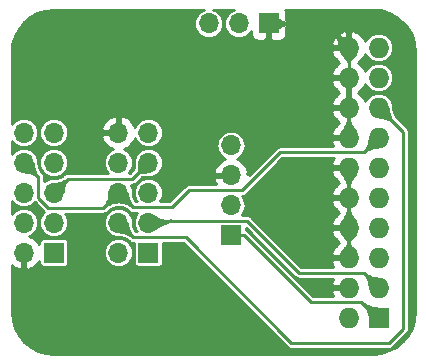
<source format=gbr>
G04 #@! TF.GenerationSoftware,KiCad,Pcbnew,(5.1.4)-1*
G04 #@! TF.CreationDate,2020-02-29T23:53:27+08:00*
G04 #@! TF.ProjectId,adapter_20p,61646170-7465-4725-9f32-30702e6b6963,rev?*
G04 #@! TF.SameCoordinates,Original*
G04 #@! TF.FileFunction,Copper,L2,Bot*
G04 #@! TF.FilePolarity,Positive*
%FSLAX46Y46*%
G04 Gerber Fmt 4.6, Leading zero omitted, Abs format (unit mm)*
G04 Created by KiCad (PCBNEW (5.1.4)-1) date 2020-02-29 23:53:27*
%MOMM*%
%LPD*%
G04 APERTURE LIST*
%ADD10O,1.700000X1.700000*%
%ADD11R,1.700000X1.700000*%
%ADD12O,1.727200X1.727200*%
%ADD13R,1.727200X1.727200*%
%ADD14C,0.800000*%
%ADD15C,0.250000*%
%ADD16C,0.254000*%
%ADD17C,0.025400*%
G04 APERTURE END LIST*
D10*
X131460000Y-62840000D03*
X134000000Y-62840000D03*
X131460000Y-65380000D03*
X134000000Y-65380000D03*
X131460000Y-67920000D03*
X134000000Y-67920000D03*
X131460000Y-70460000D03*
X134000000Y-70460000D03*
X131460000Y-73000000D03*
D11*
X134000000Y-73000000D03*
D10*
X149000000Y-63920000D03*
X149000000Y-66460000D03*
X149000000Y-69000000D03*
D11*
X149000000Y-71540000D03*
D10*
X139460000Y-62840000D03*
X142000000Y-62840000D03*
X139460000Y-65380000D03*
X142000000Y-65380000D03*
X139460000Y-67920000D03*
X142000000Y-67920000D03*
X139460000Y-70460000D03*
X142000000Y-70460000D03*
X139460000Y-73000000D03*
D11*
X142000000Y-73000000D03*
D10*
X147120000Y-53600000D03*
X149660000Y-53600000D03*
D11*
X152200000Y-53600000D03*
D12*
X158960000Y-55640000D03*
X161500000Y-55640000D03*
X158960000Y-58180000D03*
X161500000Y-58180000D03*
X158960000Y-60720000D03*
X161500000Y-60720000D03*
X158960000Y-63260000D03*
X161500000Y-63260000D03*
X158960000Y-65800000D03*
X161500000Y-65800000D03*
X158960000Y-68340000D03*
X161500000Y-68340000D03*
X158960000Y-70880000D03*
X161500000Y-70880000D03*
X158960000Y-73420000D03*
X161500000Y-73420000D03*
X158960000Y-75960000D03*
X161500000Y-75960000D03*
X158960000Y-78500000D03*
D13*
X161500000Y-78500000D03*
D14*
X133000000Y-60000000D03*
D15*
X131460000Y-65380000D02*
X132700000Y-66620000D01*
X132700000Y-68359002D02*
X133540998Y-69200000D01*
X132700000Y-66620000D02*
X132700000Y-68359002D01*
X138180000Y-69200000D02*
X139460000Y-67920000D01*
X133540998Y-69200000D02*
X138180000Y-69200000D01*
X161500000Y-63260000D02*
X160260000Y-64500000D01*
X160260000Y-64500000D02*
X153150000Y-64500000D01*
X153150000Y-64500000D02*
X149950000Y-67700000D01*
X149950000Y-67700000D02*
X145450000Y-67700000D01*
X145450000Y-67700000D02*
X144000000Y-69150000D01*
X140690000Y-69150000D02*
X139460000Y-67920000D01*
X144000000Y-69150000D02*
X140690000Y-69150000D01*
X141150001Y-66229999D02*
X142000000Y-65380000D01*
X140635001Y-66744999D02*
X141150001Y-66229999D01*
X135175001Y-66744999D02*
X140635001Y-66744999D01*
X134000000Y-67920000D02*
X135175001Y-66744999D01*
X139460000Y-70460000D02*
X140700000Y-71700000D01*
X140700000Y-71700000D02*
X145150000Y-71700000D01*
X145150000Y-71700000D02*
X154100000Y-80650000D01*
X154100000Y-80650000D02*
X162350000Y-80650000D01*
X162350000Y-80650000D02*
X163550000Y-79450000D01*
X163550000Y-62770000D02*
X161500000Y-60720000D01*
X163550000Y-79450000D02*
X163550000Y-62770000D01*
X142160000Y-70300000D02*
X142000000Y-70460000D01*
X154750000Y-74700000D02*
X150350000Y-70300000D01*
X161500000Y-75960000D02*
X160240000Y-74700000D01*
X150350000Y-70300000D02*
X142160000Y-70300000D01*
X160240000Y-74700000D02*
X154750000Y-74700000D01*
X158960000Y-56861314D02*
X158960000Y-63260000D01*
X158960000Y-55640000D02*
X158960000Y-56861314D01*
X158960000Y-65800000D02*
X158960000Y-70880000D01*
X158960000Y-72198686D02*
X158960000Y-70880000D01*
X158960000Y-73420000D02*
X158960000Y-72198686D01*
X156920000Y-53600000D02*
X158960000Y-55640000D01*
X152200000Y-53600000D02*
X156920000Y-53600000D01*
X152200000Y-54700000D02*
X146900000Y-60000000D01*
X152200000Y-53600000D02*
X152200000Y-54700000D01*
X146900000Y-60000000D02*
X133000000Y-60000000D01*
X160000000Y-77200000D02*
X161300000Y-78500000D01*
X161300000Y-78500000D02*
X161500000Y-78500000D01*
X155760000Y-77200000D02*
X160000000Y-77200000D01*
X149000000Y-71540000D02*
X150100000Y-71540000D01*
X150100000Y-71540000D02*
X155760000Y-77200000D01*
D16*
G36*
X146646637Y-52457202D02*
G01*
X146432784Y-52571509D01*
X146245340Y-52725340D01*
X146091509Y-52912784D01*
X145977202Y-53126637D01*
X145906812Y-53358682D01*
X145883044Y-53600000D01*
X145906812Y-53841318D01*
X145977202Y-54073363D01*
X146091509Y-54287216D01*
X146245340Y-54474660D01*
X146432784Y-54628491D01*
X146646637Y-54742798D01*
X146878682Y-54813188D01*
X147059528Y-54831000D01*
X147180472Y-54831000D01*
X147361318Y-54813188D01*
X147593363Y-54742798D01*
X147807216Y-54628491D01*
X147994660Y-54474660D01*
X148148491Y-54287216D01*
X148262798Y-54073363D01*
X148333188Y-53841318D01*
X148356956Y-53600000D01*
X148333188Y-53358682D01*
X148262798Y-53126637D01*
X148148491Y-52912784D01*
X147994660Y-52725340D01*
X147807216Y-52571509D01*
X147593363Y-52457202D01*
X147506986Y-52431000D01*
X149273014Y-52431000D01*
X149186637Y-52457202D01*
X148972784Y-52571509D01*
X148785340Y-52725340D01*
X148631509Y-52912784D01*
X148517202Y-53126637D01*
X148446812Y-53358682D01*
X148423044Y-53600000D01*
X148446812Y-53841318D01*
X148517202Y-54073363D01*
X148631509Y-54287216D01*
X148785340Y-54474660D01*
X148972784Y-54628491D01*
X149186637Y-54742798D01*
X149418682Y-54813188D01*
X149599528Y-54831000D01*
X149720472Y-54831000D01*
X149901318Y-54813188D01*
X150133363Y-54742798D01*
X150347216Y-54628491D01*
X150534660Y-54474660D01*
X150688491Y-54287216D01*
X150713065Y-54241242D01*
X150711928Y-54450000D01*
X150724188Y-54574482D01*
X150760498Y-54694180D01*
X150819463Y-54804494D01*
X150898815Y-54901185D01*
X150995506Y-54980537D01*
X151105820Y-55039502D01*
X151225518Y-55075812D01*
X151350000Y-55088072D01*
X151914250Y-55085000D01*
X152073000Y-54926250D01*
X152073000Y-53918404D01*
X152327000Y-54064845D01*
X152327000Y-54926250D01*
X152485750Y-55085000D01*
X153050000Y-55088072D01*
X153174482Y-55075812D01*
X153294180Y-55039502D01*
X153404494Y-54980537D01*
X153501185Y-54901185D01*
X153580537Y-54804494D01*
X153639502Y-54694180D01*
X153675812Y-54574482D01*
X153688072Y-54450000D01*
X153685000Y-53885750D01*
X153674450Y-53875200D01*
X153704716Y-53869529D01*
X153825090Y-53856459D01*
X153954737Y-53851922D01*
X153975071Y-53849560D01*
X153998896Y-53842333D01*
X154020852Y-53830597D01*
X154040098Y-53814803D01*
X154055892Y-53795557D01*
X154067628Y-53773601D01*
X154074855Y-53749776D01*
X154077295Y-53725000D01*
X154077295Y-53475000D01*
X154075645Y-53454595D01*
X154069256Y-53430533D01*
X154058295Y-53408179D01*
X154043183Y-53388393D01*
X154024503Y-53371936D01*
X154002970Y-53359439D01*
X153979413Y-53351383D01*
X153954737Y-53348078D01*
X153825090Y-53343541D01*
X153704716Y-53330471D01*
X153674450Y-53324800D01*
X153685000Y-53314250D01*
X153688072Y-52750000D01*
X153675812Y-52625518D01*
X153639502Y-52505820D01*
X153599509Y-52431000D01*
X160978921Y-52431000D01*
X161692819Y-52500998D01*
X162359257Y-52702208D01*
X162973911Y-53029026D01*
X163513384Y-53469009D01*
X163957123Y-54005398D01*
X164288225Y-54617760D01*
X164494079Y-55282768D01*
X164568982Y-55995414D01*
X164569000Y-56000634D01*
X164569001Y-77978911D01*
X164499002Y-78692819D01*
X164297793Y-79359255D01*
X163970975Y-79973911D01*
X163530989Y-80513386D01*
X162994602Y-80957123D01*
X162382245Y-81288223D01*
X161717232Y-81494079D01*
X161004586Y-81568982D01*
X160999367Y-81569000D01*
X134021079Y-81569000D01*
X133307181Y-81499002D01*
X132640745Y-81297793D01*
X132026089Y-80970975D01*
X131486614Y-80530989D01*
X131042877Y-79994602D01*
X130711777Y-79382245D01*
X130505921Y-78717232D01*
X130431018Y-78004586D01*
X130431000Y-77999367D01*
X130431000Y-74062093D01*
X130578645Y-74195178D01*
X130828748Y-74344157D01*
X131103109Y-74441481D01*
X131333000Y-74320814D01*
X131333000Y-73127000D01*
X131313000Y-73127000D01*
X131313000Y-72873000D01*
X131333000Y-72873000D01*
X131333000Y-72853000D01*
X131587000Y-72853000D01*
X131587000Y-72873000D01*
X131607000Y-72873000D01*
X131607000Y-73127000D01*
X131587000Y-73127000D01*
X131587000Y-74320814D01*
X131816891Y-74441481D01*
X132091252Y-74344157D01*
X132341355Y-74195178D01*
X132557588Y-74000269D01*
X132731641Y-73766920D01*
X132767157Y-73692355D01*
X132767157Y-73850000D01*
X132774513Y-73924689D01*
X132796299Y-73996508D01*
X132831678Y-74062696D01*
X132879289Y-74120711D01*
X132937304Y-74168322D01*
X133003492Y-74203701D01*
X133075311Y-74225487D01*
X133150000Y-74232843D01*
X134850000Y-74232843D01*
X134924689Y-74225487D01*
X134996508Y-74203701D01*
X135062696Y-74168322D01*
X135120711Y-74120711D01*
X135168322Y-74062696D01*
X135203701Y-73996508D01*
X135225487Y-73924689D01*
X135232843Y-73850000D01*
X135232843Y-73000000D01*
X138223044Y-73000000D01*
X138246812Y-73241318D01*
X138317202Y-73473363D01*
X138431509Y-73687216D01*
X138585340Y-73874660D01*
X138772784Y-74028491D01*
X138986637Y-74142798D01*
X139218682Y-74213188D01*
X139399528Y-74231000D01*
X139520472Y-74231000D01*
X139701318Y-74213188D01*
X139933363Y-74142798D01*
X140147216Y-74028491D01*
X140334660Y-73874660D01*
X140488491Y-73687216D01*
X140602798Y-73473363D01*
X140673188Y-73241318D01*
X140696956Y-73000000D01*
X140673188Y-72758682D01*
X140602798Y-72526637D01*
X140488491Y-72312784D01*
X140334660Y-72125340D01*
X140147216Y-71971509D01*
X139933363Y-71857202D01*
X139701318Y-71786812D01*
X139520472Y-71769000D01*
X139399528Y-71769000D01*
X139218682Y-71786812D01*
X138986637Y-71857202D01*
X138772784Y-71971509D01*
X138585340Y-72125340D01*
X138431509Y-72312784D01*
X138317202Y-72526637D01*
X138246812Y-72758682D01*
X138223044Y-73000000D01*
X135232843Y-73000000D01*
X135232843Y-72150000D01*
X135225487Y-72075311D01*
X135203701Y-72003492D01*
X135168322Y-71937304D01*
X135120711Y-71879289D01*
X135062696Y-71831678D01*
X134996508Y-71796299D01*
X134924689Y-71774513D01*
X134850000Y-71767157D01*
X133150000Y-71767157D01*
X133075311Y-71774513D01*
X133003492Y-71796299D01*
X132937304Y-71831678D01*
X132879289Y-71879289D01*
X132831678Y-71937304D01*
X132796299Y-72003492D01*
X132774513Y-72075311D01*
X132767157Y-72150000D01*
X132767157Y-72307645D01*
X132731641Y-72233080D01*
X132557588Y-71999731D01*
X132341355Y-71804822D01*
X132091252Y-71655843D01*
X131936695Y-71601017D01*
X132147216Y-71488491D01*
X132334660Y-71334660D01*
X132488491Y-71147216D01*
X132602798Y-70933363D01*
X132673188Y-70701318D01*
X132696956Y-70460000D01*
X132673188Y-70218682D01*
X132602798Y-69986637D01*
X132488491Y-69772784D01*
X132334660Y-69585340D01*
X132147216Y-69431509D01*
X131933363Y-69317202D01*
X131701318Y-69246812D01*
X131520472Y-69229000D01*
X131399528Y-69229000D01*
X131218682Y-69246812D01*
X130986637Y-69317202D01*
X130772784Y-69431509D01*
X130585340Y-69585340D01*
X130431509Y-69772784D01*
X130431000Y-69773736D01*
X130431000Y-68606264D01*
X130431509Y-68607216D01*
X130585340Y-68794660D01*
X130772784Y-68948491D01*
X130986637Y-69062798D01*
X131218682Y-69133188D01*
X131399528Y-69151000D01*
X131520472Y-69151000D01*
X131701318Y-69133188D01*
X131933363Y-69062798D01*
X132147216Y-68948491D01*
X132334660Y-68794660D01*
X132373158Y-68747751D01*
X133165626Y-69540220D01*
X133171539Y-69547425D01*
X133125340Y-69585340D01*
X132971509Y-69772784D01*
X132857202Y-69986637D01*
X132786812Y-70218682D01*
X132763044Y-70460000D01*
X132786812Y-70701318D01*
X132857202Y-70933363D01*
X132971509Y-71147216D01*
X133125340Y-71334660D01*
X133312784Y-71488491D01*
X133526637Y-71602798D01*
X133758682Y-71673188D01*
X133939528Y-71691000D01*
X134060472Y-71691000D01*
X134241318Y-71673188D01*
X134473363Y-71602798D01*
X134687216Y-71488491D01*
X134874660Y-71334660D01*
X135028491Y-71147216D01*
X135142798Y-70933363D01*
X135213188Y-70701318D01*
X135236956Y-70460000D01*
X135213188Y-70218682D01*
X135142798Y-69986637D01*
X135028491Y-69772784D01*
X134973683Y-69706000D01*
X138155154Y-69706000D01*
X138180000Y-69708447D01*
X138204846Y-69706000D01*
X138204854Y-69706000D01*
X138279193Y-69698678D01*
X138374575Y-69669745D01*
X138462479Y-69622759D01*
X138539527Y-69559527D01*
X138555376Y-69540215D01*
X138575445Y-69520146D01*
X138658645Y-69442572D01*
X138738132Y-69378656D01*
X138818680Y-69323529D01*
X138900536Y-69276674D01*
X138984099Y-69237616D01*
X139069886Y-69205979D01*
X139158522Y-69181522D01*
X139250668Y-69164160D01*
X139346942Y-69153981D01*
X139455196Y-69151000D01*
X139464945Y-69151000D01*
X139573390Y-69153924D01*
X139669797Y-69163961D01*
X139761804Y-69181063D01*
X139850050Y-69205126D01*
X139935163Y-69236192D01*
X140017767Y-69274470D01*
X140098425Y-69320321D01*
X140177574Y-69374216D01*
X140255447Y-69436638D01*
X140319978Y-69496739D01*
X140330473Y-69509527D01*
X140407521Y-69572759D01*
X140494757Y-69619388D01*
X140495425Y-69619745D01*
X140590807Y-69648678D01*
X140690000Y-69658448D01*
X140714854Y-69656000D01*
X141067351Y-69656000D01*
X140971509Y-69772784D01*
X140857202Y-69986637D01*
X140786812Y-70218682D01*
X140763044Y-70460000D01*
X140786812Y-70701318D01*
X140857202Y-70933363D01*
X140971509Y-71147216D01*
X141009904Y-71194000D01*
X140928412Y-71194000D01*
X140918656Y-71181867D01*
X140863529Y-71101319D01*
X140816674Y-71019463D01*
X140777616Y-70935900D01*
X140745979Y-70850113D01*
X140721522Y-70761477D01*
X140704160Y-70669331D01*
X140693981Y-70573057D01*
X140692198Y-70508308D01*
X140696956Y-70460000D01*
X140673188Y-70218682D01*
X140602798Y-69986637D01*
X140488491Y-69772784D01*
X140334660Y-69585340D01*
X140147216Y-69431509D01*
X139933363Y-69317202D01*
X139701318Y-69246812D01*
X139520472Y-69229000D01*
X139399528Y-69229000D01*
X139218682Y-69246812D01*
X138986637Y-69317202D01*
X138772784Y-69431509D01*
X138585340Y-69585340D01*
X138431509Y-69772784D01*
X138317202Y-69986637D01*
X138246812Y-70218682D01*
X138223044Y-70460000D01*
X138246812Y-70701318D01*
X138317202Y-70933363D01*
X138431509Y-71147216D01*
X138585340Y-71334660D01*
X138772784Y-71488491D01*
X138986637Y-71602798D01*
X139218682Y-71673188D01*
X139399528Y-71691000D01*
X139464804Y-71691000D01*
X139573057Y-71693981D01*
X139669331Y-71704160D01*
X139761477Y-71721522D01*
X139850113Y-71745979D01*
X139935900Y-71777616D01*
X140019463Y-71816674D01*
X140101319Y-71863529D01*
X140181867Y-71918656D01*
X140261346Y-71982566D01*
X140329339Y-72045961D01*
X140340473Y-72059527D01*
X140417521Y-72122759D01*
X140486655Y-72159712D01*
X140505425Y-72169745D01*
X140600807Y-72198678D01*
X140700000Y-72208448D01*
X140724854Y-72206000D01*
X140767157Y-72206000D01*
X140767157Y-73850000D01*
X140774513Y-73924689D01*
X140796299Y-73996508D01*
X140831678Y-74062696D01*
X140879289Y-74120711D01*
X140937304Y-74168322D01*
X141003492Y-74203701D01*
X141075311Y-74225487D01*
X141150000Y-74232843D01*
X142850000Y-74232843D01*
X142924689Y-74225487D01*
X142996508Y-74203701D01*
X143062696Y-74168322D01*
X143120711Y-74120711D01*
X143168322Y-74062696D01*
X143203701Y-73996508D01*
X143225487Y-73924689D01*
X143232843Y-73850000D01*
X143232843Y-72206000D01*
X144940409Y-72206000D01*
X153724628Y-80990220D01*
X153740473Y-81009527D01*
X153817521Y-81072759D01*
X153905425Y-81119745D01*
X153978607Y-81141944D01*
X154000806Y-81148678D01*
X154010694Y-81149652D01*
X154075146Y-81156000D01*
X154075153Y-81156000D01*
X154099999Y-81158447D01*
X154124845Y-81156000D01*
X162325154Y-81156000D01*
X162350000Y-81158447D01*
X162374846Y-81156000D01*
X162374854Y-81156000D01*
X162449193Y-81148678D01*
X162544575Y-81119745D01*
X162632479Y-81072759D01*
X162709527Y-81009527D01*
X162725376Y-80990215D01*
X163890220Y-79825372D01*
X163909527Y-79809527D01*
X163972759Y-79732479D01*
X164019745Y-79644575D01*
X164048678Y-79549193D01*
X164056000Y-79474854D01*
X164056000Y-79474847D01*
X164058447Y-79450001D01*
X164056000Y-79425155D01*
X164056000Y-62794854D01*
X164058448Y-62770000D01*
X164048678Y-62670807D01*
X164019745Y-62575425D01*
X164014275Y-62565192D01*
X163972759Y-62487521D01*
X163909527Y-62410473D01*
X163890220Y-62394628D01*
X163123370Y-61627778D01*
X163043943Y-61542591D01*
X162978368Y-61461039D01*
X162921783Y-61378361D01*
X162873672Y-61294308D01*
X162833554Y-61208474D01*
X162801057Y-61120351D01*
X162775933Y-61029297D01*
X162758100Y-60934648D01*
X162747652Y-60835827D01*
X162745809Y-60768873D01*
X162750622Y-60720000D01*
X162726592Y-60476016D01*
X162655424Y-60241408D01*
X162539854Y-60025192D01*
X162384323Y-59835677D01*
X162194808Y-59680146D01*
X161978592Y-59564576D01*
X161743984Y-59493408D01*
X161561143Y-59475400D01*
X161438857Y-59475400D01*
X161256016Y-59493408D01*
X161021408Y-59564576D01*
X160805192Y-59680146D01*
X160615677Y-59835677D01*
X160460146Y-60025192D01*
X160365468Y-60202321D01*
X160242684Y-59945056D01*
X160066854Y-59709707D01*
X159848488Y-59513183D01*
X159742230Y-59450000D01*
X159848488Y-59386817D01*
X160066854Y-59190293D01*
X160242684Y-58954944D01*
X160365468Y-58697679D01*
X160460146Y-58874808D01*
X160615677Y-59064323D01*
X160805192Y-59219854D01*
X161021408Y-59335424D01*
X161256016Y-59406592D01*
X161438857Y-59424600D01*
X161561143Y-59424600D01*
X161743984Y-59406592D01*
X161978592Y-59335424D01*
X162194808Y-59219854D01*
X162384323Y-59064323D01*
X162539854Y-58874808D01*
X162655424Y-58658592D01*
X162726592Y-58423984D01*
X162750622Y-58180000D01*
X162726592Y-57936016D01*
X162655424Y-57701408D01*
X162539854Y-57485192D01*
X162384323Y-57295677D01*
X162194808Y-57140146D01*
X161978592Y-57024576D01*
X161743984Y-56953408D01*
X161561143Y-56935400D01*
X161438857Y-56935400D01*
X161256016Y-56953408D01*
X161021408Y-57024576D01*
X160805192Y-57140146D01*
X160615677Y-57295677D01*
X160460146Y-57485192D01*
X160365468Y-57662321D01*
X160242684Y-57405056D01*
X160066854Y-57169707D01*
X159848488Y-56973183D01*
X159742230Y-56910000D01*
X159848488Y-56846817D01*
X160066854Y-56650293D01*
X160242684Y-56414944D01*
X160365468Y-56157679D01*
X160460146Y-56334808D01*
X160615677Y-56524323D01*
X160805192Y-56679854D01*
X161021408Y-56795424D01*
X161256016Y-56866592D01*
X161438857Y-56884600D01*
X161561143Y-56884600D01*
X161743984Y-56866592D01*
X161978592Y-56795424D01*
X162194808Y-56679854D01*
X162384323Y-56524323D01*
X162539854Y-56334808D01*
X162655424Y-56118592D01*
X162726592Y-55883984D01*
X162750622Y-55640000D01*
X162726592Y-55396016D01*
X162655424Y-55161408D01*
X162539854Y-54945192D01*
X162384323Y-54755677D01*
X162194808Y-54600146D01*
X161978592Y-54484576D01*
X161743984Y-54413408D01*
X161561143Y-54395400D01*
X161438857Y-54395400D01*
X161256016Y-54413408D01*
X161021408Y-54484576D01*
X160805192Y-54600146D01*
X160615677Y-54755677D01*
X160460146Y-54945192D01*
X160365468Y-55122321D01*
X160242684Y-54865056D01*
X160066854Y-54629707D01*
X159848488Y-54433183D01*
X159595978Y-54283036D01*
X159319027Y-54185037D01*
X159087000Y-54305536D01*
X159087000Y-54791835D01*
X159074017Y-54743499D01*
X159069990Y-54731092D01*
X159058863Y-54708820D01*
X159043605Y-54689148D01*
X159024802Y-54672830D01*
X159003177Y-54660494D01*
X158979560Y-54652614D01*
X158954860Y-54649492D01*
X158833000Y-54646136D01*
X158833000Y-54305536D01*
X158600973Y-54185037D01*
X158324022Y-54283036D01*
X158122077Y-54403116D01*
X158067416Y-54365706D01*
X157971006Y-54288183D01*
X157874134Y-54197862D01*
X157858084Y-54185153D01*
X157836128Y-54173417D01*
X157812303Y-54166190D01*
X157787527Y-54163750D01*
X157762751Y-54166190D01*
X157738926Y-54173417D01*
X157716970Y-54185153D01*
X157697724Y-54200947D01*
X157520947Y-54377724D01*
X157507686Y-54393319D01*
X157495189Y-54414852D01*
X157487133Y-54438409D01*
X157483828Y-54463085D01*
X157485400Y-54487932D01*
X157491789Y-54511994D01*
X157502750Y-54534348D01*
X157517862Y-54554134D01*
X157608183Y-54651006D01*
X157685706Y-54747416D01*
X157723714Y-54802952D01*
X157677316Y-54865056D01*
X157550778Y-55130186D01*
X157505042Y-55280974D01*
X157626183Y-55513000D01*
X157966136Y-55513000D01*
X157969492Y-55634860D01*
X157970520Y-55647864D01*
X157976159Y-55672114D01*
X157986420Y-55694797D01*
X158000909Y-55715043D01*
X158019070Y-55732073D01*
X158040204Y-55745233D01*
X158063499Y-55754017D01*
X158111835Y-55767000D01*
X157626183Y-55767000D01*
X157505042Y-55999026D01*
X157550778Y-56149814D01*
X157677316Y-56414944D01*
X157853146Y-56650293D01*
X158071512Y-56846817D01*
X158177770Y-56910000D01*
X158071512Y-56973183D01*
X157853146Y-57169707D01*
X157677316Y-57405056D01*
X157550778Y-57670186D01*
X157505042Y-57820974D01*
X157626183Y-58053000D01*
X158833000Y-58053000D01*
X158833000Y-58033000D01*
X159087000Y-58033000D01*
X159087000Y-58053000D01*
X159107000Y-58053000D01*
X159107000Y-58307000D01*
X159087000Y-58307000D01*
X159087000Y-60593000D01*
X159107000Y-60593000D01*
X159107000Y-60847000D01*
X159087000Y-60847000D01*
X159087000Y-60867000D01*
X158833000Y-60867000D01*
X158833000Y-60847000D01*
X157626183Y-60847000D01*
X157505042Y-61079026D01*
X157550778Y-61229814D01*
X157677316Y-61494944D01*
X157853146Y-61730293D01*
X158071512Y-61926817D01*
X158177770Y-61990000D01*
X158071512Y-62053183D01*
X157853146Y-62249707D01*
X157677316Y-62485056D01*
X157550778Y-62750186D01*
X157505042Y-62900974D01*
X157626183Y-63133000D01*
X158491235Y-63133000D01*
X158637675Y-63387000D01*
X157626183Y-63387000D01*
X157505042Y-63619026D01*
X157550778Y-63769814D01*
X157657775Y-63994000D01*
X153174845Y-63994000D01*
X153149999Y-63991553D01*
X153125153Y-63994000D01*
X153125146Y-63994000D01*
X153060694Y-64000348D01*
X153050806Y-64001322D01*
X153028607Y-64008056D01*
X152955425Y-64030255D01*
X152867521Y-64077241D01*
X152790473Y-64140473D01*
X152774629Y-64159779D01*
X150485000Y-66449408D01*
X150485000Y-66332998D01*
X150320156Y-66332998D01*
X150441476Y-66103110D01*
X150396825Y-65955901D01*
X150271641Y-65693080D01*
X150097588Y-65459731D01*
X149881355Y-65264822D01*
X149631252Y-65115843D01*
X149476695Y-65061017D01*
X149687216Y-64948491D01*
X149874660Y-64794660D01*
X150028491Y-64607216D01*
X150142798Y-64393363D01*
X150213188Y-64161318D01*
X150236956Y-63920000D01*
X150213188Y-63678682D01*
X150142798Y-63446637D01*
X150028491Y-63232784D01*
X149874660Y-63045340D01*
X149687216Y-62891509D01*
X149473363Y-62777202D01*
X149241318Y-62706812D01*
X149060472Y-62689000D01*
X148939528Y-62689000D01*
X148758682Y-62706812D01*
X148526637Y-62777202D01*
X148312784Y-62891509D01*
X148125340Y-63045340D01*
X147971509Y-63232784D01*
X147857202Y-63446637D01*
X147786812Y-63678682D01*
X147763044Y-63920000D01*
X147786812Y-64161318D01*
X147857202Y-64393363D01*
X147971509Y-64607216D01*
X148125340Y-64794660D01*
X148312784Y-64948491D01*
X148523305Y-65061017D01*
X148368748Y-65115843D01*
X148118645Y-65264822D01*
X147902412Y-65459731D01*
X147728359Y-65693080D01*
X147603175Y-65955901D01*
X147558524Y-66103110D01*
X147679845Y-66333000D01*
X148873000Y-66333000D01*
X148873000Y-66313000D01*
X149127000Y-66313000D01*
X149127000Y-66333000D01*
X149147000Y-66333000D01*
X149147000Y-66587000D01*
X149127000Y-66587000D01*
X149127000Y-66607000D01*
X148873000Y-66607000D01*
X148873000Y-66587000D01*
X147679845Y-66587000D01*
X147558524Y-66816890D01*
X147603175Y-66964099D01*
X147712679Y-67194000D01*
X145474854Y-67194000D01*
X145450000Y-67191552D01*
X145425146Y-67194000D01*
X145350807Y-67201322D01*
X145255425Y-67230255D01*
X145167521Y-67277241D01*
X145090473Y-67340473D01*
X145074629Y-67359779D01*
X143790409Y-68644000D01*
X142998303Y-68644000D01*
X143028491Y-68607216D01*
X143142798Y-68393363D01*
X143213188Y-68161318D01*
X143236956Y-67920000D01*
X143213188Y-67678682D01*
X143142798Y-67446637D01*
X143028491Y-67232784D01*
X142874660Y-67045340D01*
X142687216Y-66891509D01*
X142473363Y-66777202D01*
X142241318Y-66706812D01*
X142060472Y-66689000D01*
X141939528Y-66689000D01*
X141758682Y-66706812D01*
X141526637Y-66777202D01*
X141312784Y-66891509D01*
X141125340Y-67045340D01*
X140971509Y-67232784D01*
X140857202Y-67446637D01*
X140786812Y-67678682D01*
X140763044Y-67920000D01*
X140786812Y-68161318D01*
X140857202Y-68393363D01*
X140971509Y-68607216D01*
X141001697Y-68644000D01*
X140919367Y-68644000D01*
X140914216Y-68637574D01*
X140860321Y-68558425D01*
X140814470Y-68477767D01*
X140776192Y-68395163D01*
X140745126Y-68310050D01*
X140721063Y-68221804D01*
X140703961Y-68129797D01*
X140693924Y-68033390D01*
X140692175Y-67968538D01*
X140696956Y-67920000D01*
X140673188Y-67678682D01*
X140602798Y-67446637D01*
X140498227Y-67250999D01*
X140610155Y-67250999D01*
X140635001Y-67253446D01*
X140659847Y-67250999D01*
X140659855Y-67250999D01*
X140734194Y-67243677D01*
X140829576Y-67214744D01*
X140917480Y-67167758D01*
X140994528Y-67104526D01*
X141010377Y-67085214D01*
X141459304Y-66636288D01*
X141469228Y-66634268D01*
X141519224Y-66627194D01*
X141585398Y-66620795D01*
X141666213Y-66615716D01*
X141760560Y-66612283D01*
X141867946Y-66610663D01*
X141937801Y-66610830D01*
X141939528Y-66611000D01*
X142060472Y-66611000D01*
X142241318Y-66593188D01*
X142473363Y-66522798D01*
X142687216Y-66408491D01*
X142874660Y-66254660D01*
X143028491Y-66067216D01*
X143142798Y-65853363D01*
X143213188Y-65621318D01*
X143236956Y-65380000D01*
X143213188Y-65138682D01*
X143142798Y-64906637D01*
X143028491Y-64692784D01*
X142874660Y-64505340D01*
X142687216Y-64351509D01*
X142473363Y-64237202D01*
X142241318Y-64166812D01*
X142060472Y-64149000D01*
X141939528Y-64149000D01*
X141758682Y-64166812D01*
X141526637Y-64237202D01*
X141312784Y-64351509D01*
X141125340Y-64505340D01*
X140971509Y-64692784D01*
X140857202Y-64906637D01*
X140786812Y-65138682D01*
X140763044Y-65380000D01*
X140769170Y-65442194D01*
X140769336Y-65512051D01*
X140767716Y-65619439D01*
X140764283Y-65713786D01*
X140759204Y-65794604D01*
X140752806Y-65860771D01*
X140745731Y-65910773D01*
X140743711Y-65920697D01*
X140425410Y-66238999D01*
X140347513Y-66238999D01*
X140488491Y-66067216D01*
X140602798Y-65853363D01*
X140673188Y-65621318D01*
X140696956Y-65380000D01*
X140673188Y-65138682D01*
X140602798Y-64906637D01*
X140488491Y-64692784D01*
X140334660Y-64505340D01*
X140147216Y-64351509D01*
X139936695Y-64238983D01*
X140091252Y-64184157D01*
X140341355Y-64035178D01*
X140557588Y-63840269D01*
X140731641Y-63606920D01*
X140856825Y-63344099D01*
X140862909Y-63324040D01*
X140971509Y-63527216D01*
X141125340Y-63714660D01*
X141312784Y-63868491D01*
X141526637Y-63982798D01*
X141758682Y-64053188D01*
X141939528Y-64071000D01*
X142060472Y-64071000D01*
X142241318Y-64053188D01*
X142473363Y-63982798D01*
X142687216Y-63868491D01*
X142874660Y-63714660D01*
X143028491Y-63527216D01*
X143142798Y-63313363D01*
X143213188Y-63081318D01*
X143236956Y-62840000D01*
X143213188Y-62598682D01*
X143142798Y-62366637D01*
X143028491Y-62152784D01*
X142874660Y-61965340D01*
X142687216Y-61811509D01*
X142473363Y-61697202D01*
X142241318Y-61626812D01*
X142060472Y-61609000D01*
X141939528Y-61609000D01*
X141758682Y-61626812D01*
X141526637Y-61697202D01*
X141312784Y-61811509D01*
X141125340Y-61965340D01*
X140971509Y-62152784D01*
X140862909Y-62355960D01*
X140856825Y-62335901D01*
X140731641Y-62073080D01*
X140557588Y-61839731D01*
X140341355Y-61644822D01*
X140091252Y-61495843D01*
X139816891Y-61398519D01*
X139587000Y-61519186D01*
X139587000Y-62713000D01*
X139607000Y-62713000D01*
X139607000Y-62967000D01*
X139587000Y-62967000D01*
X139587000Y-62987000D01*
X139333000Y-62987000D01*
X139333000Y-62967000D01*
X138139845Y-62967000D01*
X138018524Y-63196890D01*
X138063175Y-63344099D01*
X138188359Y-63606920D01*
X138362412Y-63840269D01*
X138578645Y-64035178D01*
X138828748Y-64184157D01*
X138983305Y-64238983D01*
X138772784Y-64351509D01*
X138585340Y-64505340D01*
X138431509Y-64692784D01*
X138317202Y-64906637D01*
X138246812Y-65138682D01*
X138223044Y-65380000D01*
X138246812Y-65621318D01*
X138317202Y-65853363D01*
X138431509Y-66067216D01*
X138572487Y-66238999D01*
X135199846Y-66238999D01*
X135175000Y-66236552D01*
X135150154Y-66238999D01*
X135150147Y-66238999D01*
X135085695Y-66245347D01*
X135075807Y-66246321D01*
X135053608Y-66253055D01*
X134980426Y-66275254D01*
X134892522Y-66322240D01*
X134815474Y-66385472D01*
X134805611Y-66397490D01*
X134753328Y-66445749D01*
X134687193Y-66497416D01*
X134618382Y-66542382D01*
X134546340Y-66581127D01*
X134470446Y-66613960D01*
X134390047Y-66641012D01*
X134304495Y-66662256D01*
X134213238Y-66677512D01*
X134115876Y-66686493D01*
X134006028Y-66689000D01*
X133939528Y-66689000D01*
X133758682Y-66706812D01*
X133526637Y-66777202D01*
X133312784Y-66891509D01*
X133206000Y-66979144D01*
X133206000Y-66644854D01*
X133208448Y-66620000D01*
X133198678Y-66520807D01*
X133169745Y-66425425D01*
X133162044Y-66411018D01*
X133122759Y-66337521D01*
X133059527Y-66260473D01*
X133045961Y-66249339D01*
X132982566Y-66181346D01*
X132918656Y-66101867D01*
X132863529Y-66021319D01*
X132816674Y-65939463D01*
X132777616Y-65855900D01*
X132745979Y-65770113D01*
X132721522Y-65681477D01*
X132704160Y-65589331D01*
X132693981Y-65493057D01*
X132692198Y-65428308D01*
X132696956Y-65380000D01*
X132763044Y-65380000D01*
X132786812Y-65621318D01*
X132857202Y-65853363D01*
X132971509Y-66067216D01*
X133125340Y-66254660D01*
X133312784Y-66408491D01*
X133526637Y-66522798D01*
X133758682Y-66593188D01*
X133939528Y-66611000D01*
X134060472Y-66611000D01*
X134241318Y-66593188D01*
X134473363Y-66522798D01*
X134687216Y-66408491D01*
X134874660Y-66254660D01*
X135028491Y-66067216D01*
X135142798Y-65853363D01*
X135213188Y-65621318D01*
X135236956Y-65380000D01*
X135213188Y-65138682D01*
X135142798Y-64906637D01*
X135028491Y-64692784D01*
X134874660Y-64505340D01*
X134687216Y-64351509D01*
X134473363Y-64237202D01*
X134241318Y-64166812D01*
X134060472Y-64149000D01*
X133939528Y-64149000D01*
X133758682Y-64166812D01*
X133526637Y-64237202D01*
X133312784Y-64351509D01*
X133125340Y-64505340D01*
X132971509Y-64692784D01*
X132857202Y-64906637D01*
X132786812Y-65138682D01*
X132763044Y-65380000D01*
X132696956Y-65380000D01*
X132673188Y-65138682D01*
X132602798Y-64906637D01*
X132488491Y-64692784D01*
X132334660Y-64505340D01*
X132147216Y-64351509D01*
X131933363Y-64237202D01*
X131701318Y-64166812D01*
X131520472Y-64149000D01*
X131399528Y-64149000D01*
X131218682Y-64166812D01*
X130986637Y-64237202D01*
X130772784Y-64351509D01*
X130585340Y-64505340D01*
X130431509Y-64692784D01*
X130431000Y-64693736D01*
X130431000Y-63526264D01*
X130431509Y-63527216D01*
X130585340Y-63714660D01*
X130772784Y-63868491D01*
X130986637Y-63982798D01*
X131218682Y-64053188D01*
X131399528Y-64071000D01*
X131520472Y-64071000D01*
X131701318Y-64053188D01*
X131933363Y-63982798D01*
X132147216Y-63868491D01*
X132334660Y-63714660D01*
X132488491Y-63527216D01*
X132602798Y-63313363D01*
X132673188Y-63081318D01*
X132696956Y-62840000D01*
X132763044Y-62840000D01*
X132786812Y-63081318D01*
X132857202Y-63313363D01*
X132971509Y-63527216D01*
X133125340Y-63714660D01*
X133312784Y-63868491D01*
X133526637Y-63982798D01*
X133758682Y-64053188D01*
X133939528Y-64071000D01*
X134060472Y-64071000D01*
X134241318Y-64053188D01*
X134473363Y-63982798D01*
X134687216Y-63868491D01*
X134874660Y-63714660D01*
X135028491Y-63527216D01*
X135142798Y-63313363D01*
X135213188Y-63081318D01*
X135236956Y-62840000D01*
X135213188Y-62598682D01*
X135178130Y-62483110D01*
X138018524Y-62483110D01*
X138139845Y-62713000D01*
X139333000Y-62713000D01*
X139333000Y-61519186D01*
X139103109Y-61398519D01*
X138828748Y-61495843D01*
X138578645Y-61644822D01*
X138362412Y-61839731D01*
X138188359Y-62073080D01*
X138063175Y-62335901D01*
X138018524Y-62483110D01*
X135178130Y-62483110D01*
X135142798Y-62366637D01*
X135028491Y-62152784D01*
X134874660Y-61965340D01*
X134687216Y-61811509D01*
X134473363Y-61697202D01*
X134241318Y-61626812D01*
X134060472Y-61609000D01*
X133939528Y-61609000D01*
X133758682Y-61626812D01*
X133526637Y-61697202D01*
X133312784Y-61811509D01*
X133125340Y-61965340D01*
X132971509Y-62152784D01*
X132857202Y-62366637D01*
X132786812Y-62598682D01*
X132763044Y-62840000D01*
X132696956Y-62840000D01*
X132673188Y-62598682D01*
X132602798Y-62366637D01*
X132488491Y-62152784D01*
X132334660Y-61965340D01*
X132147216Y-61811509D01*
X131933363Y-61697202D01*
X131701318Y-61626812D01*
X131520472Y-61609000D01*
X131399528Y-61609000D01*
X131218682Y-61626812D01*
X130986637Y-61697202D01*
X130772784Y-61811509D01*
X130585340Y-61965340D01*
X130431509Y-62152784D01*
X130431000Y-62153736D01*
X130431000Y-60008383D01*
X132673277Y-60008383D01*
X132677347Y-60032945D01*
X132686131Y-60056240D01*
X132699291Y-60077374D01*
X132716321Y-60095535D01*
X132736567Y-60110024D01*
X133222224Y-60390024D01*
X133233826Y-60395942D01*
X133257441Y-60403826D01*
X133282141Y-60406951D01*
X133306975Y-60405198D01*
X133330990Y-60398633D01*
X133353264Y-60387510D01*
X133372939Y-60372255D01*
X133400463Y-60346215D01*
X133425197Y-60326233D01*
X133450678Y-60308863D01*
X133477019Y-60293950D01*
X133504396Y-60281363D01*
X133533010Y-60271013D01*
X133563108Y-60262860D01*
X133594843Y-60256940D01*
X133628429Y-60253311D01*
X133668320Y-60251923D01*
X133688680Y-60249560D01*
X133712505Y-60242333D01*
X133734461Y-60230597D01*
X133753707Y-60214803D01*
X133769501Y-60195557D01*
X133781237Y-60173601D01*
X133788464Y-60149776D01*
X133790904Y-60125000D01*
X133790904Y-59875000D01*
X133789250Y-59854573D01*
X133782857Y-59830511D01*
X133771892Y-59808160D01*
X133756777Y-59788376D01*
X133738093Y-59771922D01*
X133716558Y-59759429D01*
X133692999Y-59751378D01*
X133668323Y-59748077D01*
X133628429Y-59746688D01*
X133594843Y-59743059D01*
X133563108Y-59737139D01*
X133533010Y-59728986D01*
X133504396Y-59718636D01*
X133477019Y-59706049D01*
X133450678Y-59691136D01*
X133425197Y-59673766D01*
X133400456Y-59653778D01*
X133372937Y-59627744D01*
X133363031Y-59619291D01*
X133341897Y-59606131D01*
X133318602Y-59597347D01*
X133294040Y-59593277D01*
X133269157Y-59594076D01*
X133244907Y-59599715D01*
X133222224Y-59609976D01*
X132736567Y-59889976D01*
X132722626Y-59899291D01*
X132704465Y-59916321D01*
X132689976Y-59936567D01*
X132679715Y-59959250D01*
X132674076Y-59983500D01*
X132673277Y-60008383D01*
X130431000Y-60008383D01*
X130431000Y-58539026D01*
X157505042Y-58539026D01*
X157550778Y-58689814D01*
X157677316Y-58954944D01*
X157853146Y-59190293D01*
X158071512Y-59386817D01*
X158177770Y-59450000D01*
X158071512Y-59513183D01*
X157853146Y-59709707D01*
X157677316Y-59945056D01*
X157550778Y-60210186D01*
X157505042Y-60360974D01*
X157626183Y-60593000D01*
X158833000Y-60593000D01*
X158833000Y-58307000D01*
X157626183Y-58307000D01*
X157505042Y-58539026D01*
X130431000Y-58539026D01*
X130431000Y-56021079D01*
X130500998Y-55307181D01*
X130702208Y-54640743D01*
X131029026Y-54026089D01*
X131469009Y-53486616D01*
X132005398Y-53042877D01*
X132617760Y-52711775D01*
X133282768Y-52505921D01*
X133995414Y-52431018D01*
X134000633Y-52431000D01*
X146733014Y-52431000D01*
X146646637Y-52457202D01*
X146646637Y-52457202D01*
G37*
X146646637Y-52457202D02*
X146432784Y-52571509D01*
X146245340Y-52725340D01*
X146091509Y-52912784D01*
X145977202Y-53126637D01*
X145906812Y-53358682D01*
X145883044Y-53600000D01*
X145906812Y-53841318D01*
X145977202Y-54073363D01*
X146091509Y-54287216D01*
X146245340Y-54474660D01*
X146432784Y-54628491D01*
X146646637Y-54742798D01*
X146878682Y-54813188D01*
X147059528Y-54831000D01*
X147180472Y-54831000D01*
X147361318Y-54813188D01*
X147593363Y-54742798D01*
X147807216Y-54628491D01*
X147994660Y-54474660D01*
X148148491Y-54287216D01*
X148262798Y-54073363D01*
X148333188Y-53841318D01*
X148356956Y-53600000D01*
X148333188Y-53358682D01*
X148262798Y-53126637D01*
X148148491Y-52912784D01*
X147994660Y-52725340D01*
X147807216Y-52571509D01*
X147593363Y-52457202D01*
X147506986Y-52431000D01*
X149273014Y-52431000D01*
X149186637Y-52457202D01*
X148972784Y-52571509D01*
X148785340Y-52725340D01*
X148631509Y-52912784D01*
X148517202Y-53126637D01*
X148446812Y-53358682D01*
X148423044Y-53600000D01*
X148446812Y-53841318D01*
X148517202Y-54073363D01*
X148631509Y-54287216D01*
X148785340Y-54474660D01*
X148972784Y-54628491D01*
X149186637Y-54742798D01*
X149418682Y-54813188D01*
X149599528Y-54831000D01*
X149720472Y-54831000D01*
X149901318Y-54813188D01*
X150133363Y-54742798D01*
X150347216Y-54628491D01*
X150534660Y-54474660D01*
X150688491Y-54287216D01*
X150713065Y-54241242D01*
X150711928Y-54450000D01*
X150724188Y-54574482D01*
X150760498Y-54694180D01*
X150819463Y-54804494D01*
X150898815Y-54901185D01*
X150995506Y-54980537D01*
X151105820Y-55039502D01*
X151225518Y-55075812D01*
X151350000Y-55088072D01*
X151914250Y-55085000D01*
X152073000Y-54926250D01*
X152073000Y-53918404D01*
X152327000Y-54064845D01*
X152327000Y-54926250D01*
X152485750Y-55085000D01*
X153050000Y-55088072D01*
X153174482Y-55075812D01*
X153294180Y-55039502D01*
X153404494Y-54980537D01*
X153501185Y-54901185D01*
X153580537Y-54804494D01*
X153639502Y-54694180D01*
X153675812Y-54574482D01*
X153688072Y-54450000D01*
X153685000Y-53885750D01*
X153674450Y-53875200D01*
X153704716Y-53869529D01*
X153825090Y-53856459D01*
X153954737Y-53851922D01*
X153975071Y-53849560D01*
X153998896Y-53842333D01*
X154020852Y-53830597D01*
X154040098Y-53814803D01*
X154055892Y-53795557D01*
X154067628Y-53773601D01*
X154074855Y-53749776D01*
X154077295Y-53725000D01*
X154077295Y-53475000D01*
X154075645Y-53454595D01*
X154069256Y-53430533D01*
X154058295Y-53408179D01*
X154043183Y-53388393D01*
X154024503Y-53371936D01*
X154002970Y-53359439D01*
X153979413Y-53351383D01*
X153954737Y-53348078D01*
X153825090Y-53343541D01*
X153704716Y-53330471D01*
X153674450Y-53324800D01*
X153685000Y-53314250D01*
X153688072Y-52750000D01*
X153675812Y-52625518D01*
X153639502Y-52505820D01*
X153599509Y-52431000D01*
X160978921Y-52431000D01*
X161692819Y-52500998D01*
X162359257Y-52702208D01*
X162973911Y-53029026D01*
X163513384Y-53469009D01*
X163957123Y-54005398D01*
X164288225Y-54617760D01*
X164494079Y-55282768D01*
X164568982Y-55995414D01*
X164569000Y-56000634D01*
X164569001Y-77978911D01*
X164499002Y-78692819D01*
X164297793Y-79359255D01*
X163970975Y-79973911D01*
X163530989Y-80513386D01*
X162994602Y-80957123D01*
X162382245Y-81288223D01*
X161717232Y-81494079D01*
X161004586Y-81568982D01*
X160999367Y-81569000D01*
X134021079Y-81569000D01*
X133307181Y-81499002D01*
X132640745Y-81297793D01*
X132026089Y-80970975D01*
X131486614Y-80530989D01*
X131042877Y-79994602D01*
X130711777Y-79382245D01*
X130505921Y-78717232D01*
X130431018Y-78004586D01*
X130431000Y-77999367D01*
X130431000Y-74062093D01*
X130578645Y-74195178D01*
X130828748Y-74344157D01*
X131103109Y-74441481D01*
X131333000Y-74320814D01*
X131333000Y-73127000D01*
X131313000Y-73127000D01*
X131313000Y-72873000D01*
X131333000Y-72873000D01*
X131333000Y-72853000D01*
X131587000Y-72853000D01*
X131587000Y-72873000D01*
X131607000Y-72873000D01*
X131607000Y-73127000D01*
X131587000Y-73127000D01*
X131587000Y-74320814D01*
X131816891Y-74441481D01*
X132091252Y-74344157D01*
X132341355Y-74195178D01*
X132557588Y-74000269D01*
X132731641Y-73766920D01*
X132767157Y-73692355D01*
X132767157Y-73850000D01*
X132774513Y-73924689D01*
X132796299Y-73996508D01*
X132831678Y-74062696D01*
X132879289Y-74120711D01*
X132937304Y-74168322D01*
X133003492Y-74203701D01*
X133075311Y-74225487D01*
X133150000Y-74232843D01*
X134850000Y-74232843D01*
X134924689Y-74225487D01*
X134996508Y-74203701D01*
X135062696Y-74168322D01*
X135120711Y-74120711D01*
X135168322Y-74062696D01*
X135203701Y-73996508D01*
X135225487Y-73924689D01*
X135232843Y-73850000D01*
X135232843Y-73000000D01*
X138223044Y-73000000D01*
X138246812Y-73241318D01*
X138317202Y-73473363D01*
X138431509Y-73687216D01*
X138585340Y-73874660D01*
X138772784Y-74028491D01*
X138986637Y-74142798D01*
X139218682Y-74213188D01*
X139399528Y-74231000D01*
X139520472Y-74231000D01*
X139701318Y-74213188D01*
X139933363Y-74142798D01*
X140147216Y-74028491D01*
X140334660Y-73874660D01*
X140488491Y-73687216D01*
X140602798Y-73473363D01*
X140673188Y-73241318D01*
X140696956Y-73000000D01*
X140673188Y-72758682D01*
X140602798Y-72526637D01*
X140488491Y-72312784D01*
X140334660Y-72125340D01*
X140147216Y-71971509D01*
X139933363Y-71857202D01*
X139701318Y-71786812D01*
X139520472Y-71769000D01*
X139399528Y-71769000D01*
X139218682Y-71786812D01*
X138986637Y-71857202D01*
X138772784Y-71971509D01*
X138585340Y-72125340D01*
X138431509Y-72312784D01*
X138317202Y-72526637D01*
X138246812Y-72758682D01*
X138223044Y-73000000D01*
X135232843Y-73000000D01*
X135232843Y-72150000D01*
X135225487Y-72075311D01*
X135203701Y-72003492D01*
X135168322Y-71937304D01*
X135120711Y-71879289D01*
X135062696Y-71831678D01*
X134996508Y-71796299D01*
X134924689Y-71774513D01*
X134850000Y-71767157D01*
X133150000Y-71767157D01*
X133075311Y-71774513D01*
X133003492Y-71796299D01*
X132937304Y-71831678D01*
X132879289Y-71879289D01*
X132831678Y-71937304D01*
X132796299Y-72003492D01*
X132774513Y-72075311D01*
X132767157Y-72150000D01*
X132767157Y-72307645D01*
X132731641Y-72233080D01*
X132557588Y-71999731D01*
X132341355Y-71804822D01*
X132091252Y-71655843D01*
X131936695Y-71601017D01*
X132147216Y-71488491D01*
X132334660Y-71334660D01*
X132488491Y-71147216D01*
X132602798Y-70933363D01*
X132673188Y-70701318D01*
X132696956Y-70460000D01*
X132673188Y-70218682D01*
X132602798Y-69986637D01*
X132488491Y-69772784D01*
X132334660Y-69585340D01*
X132147216Y-69431509D01*
X131933363Y-69317202D01*
X131701318Y-69246812D01*
X131520472Y-69229000D01*
X131399528Y-69229000D01*
X131218682Y-69246812D01*
X130986637Y-69317202D01*
X130772784Y-69431509D01*
X130585340Y-69585340D01*
X130431509Y-69772784D01*
X130431000Y-69773736D01*
X130431000Y-68606264D01*
X130431509Y-68607216D01*
X130585340Y-68794660D01*
X130772784Y-68948491D01*
X130986637Y-69062798D01*
X131218682Y-69133188D01*
X131399528Y-69151000D01*
X131520472Y-69151000D01*
X131701318Y-69133188D01*
X131933363Y-69062798D01*
X132147216Y-68948491D01*
X132334660Y-68794660D01*
X132373158Y-68747751D01*
X133165626Y-69540220D01*
X133171539Y-69547425D01*
X133125340Y-69585340D01*
X132971509Y-69772784D01*
X132857202Y-69986637D01*
X132786812Y-70218682D01*
X132763044Y-70460000D01*
X132786812Y-70701318D01*
X132857202Y-70933363D01*
X132971509Y-71147216D01*
X133125340Y-71334660D01*
X133312784Y-71488491D01*
X133526637Y-71602798D01*
X133758682Y-71673188D01*
X133939528Y-71691000D01*
X134060472Y-71691000D01*
X134241318Y-71673188D01*
X134473363Y-71602798D01*
X134687216Y-71488491D01*
X134874660Y-71334660D01*
X135028491Y-71147216D01*
X135142798Y-70933363D01*
X135213188Y-70701318D01*
X135236956Y-70460000D01*
X135213188Y-70218682D01*
X135142798Y-69986637D01*
X135028491Y-69772784D01*
X134973683Y-69706000D01*
X138155154Y-69706000D01*
X138180000Y-69708447D01*
X138204846Y-69706000D01*
X138204854Y-69706000D01*
X138279193Y-69698678D01*
X138374575Y-69669745D01*
X138462479Y-69622759D01*
X138539527Y-69559527D01*
X138555376Y-69540215D01*
X138575445Y-69520146D01*
X138658645Y-69442572D01*
X138738132Y-69378656D01*
X138818680Y-69323529D01*
X138900536Y-69276674D01*
X138984099Y-69237616D01*
X139069886Y-69205979D01*
X139158522Y-69181522D01*
X139250668Y-69164160D01*
X139346942Y-69153981D01*
X139455196Y-69151000D01*
X139464945Y-69151000D01*
X139573390Y-69153924D01*
X139669797Y-69163961D01*
X139761804Y-69181063D01*
X139850050Y-69205126D01*
X139935163Y-69236192D01*
X140017767Y-69274470D01*
X140098425Y-69320321D01*
X140177574Y-69374216D01*
X140255447Y-69436638D01*
X140319978Y-69496739D01*
X140330473Y-69509527D01*
X140407521Y-69572759D01*
X140494757Y-69619388D01*
X140495425Y-69619745D01*
X140590807Y-69648678D01*
X140690000Y-69658448D01*
X140714854Y-69656000D01*
X141067351Y-69656000D01*
X140971509Y-69772784D01*
X140857202Y-69986637D01*
X140786812Y-70218682D01*
X140763044Y-70460000D01*
X140786812Y-70701318D01*
X140857202Y-70933363D01*
X140971509Y-71147216D01*
X141009904Y-71194000D01*
X140928412Y-71194000D01*
X140918656Y-71181867D01*
X140863529Y-71101319D01*
X140816674Y-71019463D01*
X140777616Y-70935900D01*
X140745979Y-70850113D01*
X140721522Y-70761477D01*
X140704160Y-70669331D01*
X140693981Y-70573057D01*
X140692198Y-70508308D01*
X140696956Y-70460000D01*
X140673188Y-70218682D01*
X140602798Y-69986637D01*
X140488491Y-69772784D01*
X140334660Y-69585340D01*
X140147216Y-69431509D01*
X139933363Y-69317202D01*
X139701318Y-69246812D01*
X139520472Y-69229000D01*
X139399528Y-69229000D01*
X139218682Y-69246812D01*
X138986637Y-69317202D01*
X138772784Y-69431509D01*
X138585340Y-69585340D01*
X138431509Y-69772784D01*
X138317202Y-69986637D01*
X138246812Y-70218682D01*
X138223044Y-70460000D01*
X138246812Y-70701318D01*
X138317202Y-70933363D01*
X138431509Y-71147216D01*
X138585340Y-71334660D01*
X138772784Y-71488491D01*
X138986637Y-71602798D01*
X139218682Y-71673188D01*
X139399528Y-71691000D01*
X139464804Y-71691000D01*
X139573057Y-71693981D01*
X139669331Y-71704160D01*
X139761477Y-71721522D01*
X139850113Y-71745979D01*
X139935900Y-71777616D01*
X140019463Y-71816674D01*
X140101319Y-71863529D01*
X140181867Y-71918656D01*
X140261346Y-71982566D01*
X140329339Y-72045961D01*
X140340473Y-72059527D01*
X140417521Y-72122759D01*
X140486655Y-72159712D01*
X140505425Y-72169745D01*
X140600807Y-72198678D01*
X140700000Y-72208448D01*
X140724854Y-72206000D01*
X140767157Y-72206000D01*
X140767157Y-73850000D01*
X140774513Y-73924689D01*
X140796299Y-73996508D01*
X140831678Y-74062696D01*
X140879289Y-74120711D01*
X140937304Y-74168322D01*
X141003492Y-74203701D01*
X141075311Y-74225487D01*
X141150000Y-74232843D01*
X142850000Y-74232843D01*
X142924689Y-74225487D01*
X142996508Y-74203701D01*
X143062696Y-74168322D01*
X143120711Y-74120711D01*
X143168322Y-74062696D01*
X143203701Y-73996508D01*
X143225487Y-73924689D01*
X143232843Y-73850000D01*
X143232843Y-72206000D01*
X144940409Y-72206000D01*
X153724628Y-80990220D01*
X153740473Y-81009527D01*
X153817521Y-81072759D01*
X153905425Y-81119745D01*
X153978607Y-81141944D01*
X154000806Y-81148678D01*
X154010694Y-81149652D01*
X154075146Y-81156000D01*
X154075153Y-81156000D01*
X154099999Y-81158447D01*
X154124845Y-81156000D01*
X162325154Y-81156000D01*
X162350000Y-81158447D01*
X162374846Y-81156000D01*
X162374854Y-81156000D01*
X162449193Y-81148678D01*
X162544575Y-81119745D01*
X162632479Y-81072759D01*
X162709527Y-81009527D01*
X162725376Y-80990215D01*
X163890220Y-79825372D01*
X163909527Y-79809527D01*
X163972759Y-79732479D01*
X164019745Y-79644575D01*
X164048678Y-79549193D01*
X164056000Y-79474854D01*
X164056000Y-79474847D01*
X164058447Y-79450001D01*
X164056000Y-79425155D01*
X164056000Y-62794854D01*
X164058448Y-62770000D01*
X164048678Y-62670807D01*
X164019745Y-62575425D01*
X164014275Y-62565192D01*
X163972759Y-62487521D01*
X163909527Y-62410473D01*
X163890220Y-62394628D01*
X163123370Y-61627778D01*
X163043943Y-61542591D01*
X162978368Y-61461039D01*
X162921783Y-61378361D01*
X162873672Y-61294308D01*
X162833554Y-61208474D01*
X162801057Y-61120351D01*
X162775933Y-61029297D01*
X162758100Y-60934648D01*
X162747652Y-60835827D01*
X162745809Y-60768873D01*
X162750622Y-60720000D01*
X162726592Y-60476016D01*
X162655424Y-60241408D01*
X162539854Y-60025192D01*
X162384323Y-59835677D01*
X162194808Y-59680146D01*
X161978592Y-59564576D01*
X161743984Y-59493408D01*
X161561143Y-59475400D01*
X161438857Y-59475400D01*
X161256016Y-59493408D01*
X161021408Y-59564576D01*
X160805192Y-59680146D01*
X160615677Y-59835677D01*
X160460146Y-60025192D01*
X160365468Y-60202321D01*
X160242684Y-59945056D01*
X160066854Y-59709707D01*
X159848488Y-59513183D01*
X159742230Y-59450000D01*
X159848488Y-59386817D01*
X160066854Y-59190293D01*
X160242684Y-58954944D01*
X160365468Y-58697679D01*
X160460146Y-58874808D01*
X160615677Y-59064323D01*
X160805192Y-59219854D01*
X161021408Y-59335424D01*
X161256016Y-59406592D01*
X161438857Y-59424600D01*
X161561143Y-59424600D01*
X161743984Y-59406592D01*
X161978592Y-59335424D01*
X162194808Y-59219854D01*
X162384323Y-59064323D01*
X162539854Y-58874808D01*
X162655424Y-58658592D01*
X162726592Y-58423984D01*
X162750622Y-58180000D01*
X162726592Y-57936016D01*
X162655424Y-57701408D01*
X162539854Y-57485192D01*
X162384323Y-57295677D01*
X162194808Y-57140146D01*
X161978592Y-57024576D01*
X161743984Y-56953408D01*
X161561143Y-56935400D01*
X161438857Y-56935400D01*
X161256016Y-56953408D01*
X161021408Y-57024576D01*
X160805192Y-57140146D01*
X160615677Y-57295677D01*
X160460146Y-57485192D01*
X160365468Y-57662321D01*
X160242684Y-57405056D01*
X160066854Y-57169707D01*
X159848488Y-56973183D01*
X159742230Y-56910000D01*
X159848488Y-56846817D01*
X160066854Y-56650293D01*
X160242684Y-56414944D01*
X160365468Y-56157679D01*
X160460146Y-56334808D01*
X160615677Y-56524323D01*
X160805192Y-56679854D01*
X161021408Y-56795424D01*
X161256016Y-56866592D01*
X161438857Y-56884600D01*
X161561143Y-56884600D01*
X161743984Y-56866592D01*
X161978592Y-56795424D01*
X162194808Y-56679854D01*
X162384323Y-56524323D01*
X162539854Y-56334808D01*
X162655424Y-56118592D01*
X162726592Y-55883984D01*
X162750622Y-55640000D01*
X162726592Y-55396016D01*
X162655424Y-55161408D01*
X162539854Y-54945192D01*
X162384323Y-54755677D01*
X162194808Y-54600146D01*
X161978592Y-54484576D01*
X161743984Y-54413408D01*
X161561143Y-54395400D01*
X161438857Y-54395400D01*
X161256016Y-54413408D01*
X161021408Y-54484576D01*
X160805192Y-54600146D01*
X160615677Y-54755677D01*
X160460146Y-54945192D01*
X160365468Y-55122321D01*
X160242684Y-54865056D01*
X160066854Y-54629707D01*
X159848488Y-54433183D01*
X159595978Y-54283036D01*
X159319027Y-54185037D01*
X159087000Y-54305536D01*
X159087000Y-54791835D01*
X159074017Y-54743499D01*
X159069990Y-54731092D01*
X159058863Y-54708820D01*
X159043605Y-54689148D01*
X159024802Y-54672830D01*
X159003177Y-54660494D01*
X158979560Y-54652614D01*
X158954860Y-54649492D01*
X158833000Y-54646136D01*
X158833000Y-54305536D01*
X158600973Y-54185037D01*
X158324022Y-54283036D01*
X158122077Y-54403116D01*
X158067416Y-54365706D01*
X157971006Y-54288183D01*
X157874134Y-54197862D01*
X157858084Y-54185153D01*
X157836128Y-54173417D01*
X157812303Y-54166190D01*
X157787527Y-54163750D01*
X157762751Y-54166190D01*
X157738926Y-54173417D01*
X157716970Y-54185153D01*
X157697724Y-54200947D01*
X157520947Y-54377724D01*
X157507686Y-54393319D01*
X157495189Y-54414852D01*
X157487133Y-54438409D01*
X157483828Y-54463085D01*
X157485400Y-54487932D01*
X157491789Y-54511994D01*
X157502750Y-54534348D01*
X157517862Y-54554134D01*
X157608183Y-54651006D01*
X157685706Y-54747416D01*
X157723714Y-54802952D01*
X157677316Y-54865056D01*
X157550778Y-55130186D01*
X157505042Y-55280974D01*
X157626183Y-55513000D01*
X157966136Y-55513000D01*
X157969492Y-55634860D01*
X157970520Y-55647864D01*
X157976159Y-55672114D01*
X157986420Y-55694797D01*
X158000909Y-55715043D01*
X158019070Y-55732073D01*
X158040204Y-55745233D01*
X158063499Y-55754017D01*
X158111835Y-55767000D01*
X157626183Y-55767000D01*
X157505042Y-55999026D01*
X157550778Y-56149814D01*
X157677316Y-56414944D01*
X157853146Y-56650293D01*
X158071512Y-56846817D01*
X158177770Y-56910000D01*
X158071512Y-56973183D01*
X157853146Y-57169707D01*
X157677316Y-57405056D01*
X157550778Y-57670186D01*
X157505042Y-57820974D01*
X157626183Y-58053000D01*
X158833000Y-58053000D01*
X158833000Y-58033000D01*
X159087000Y-58033000D01*
X159087000Y-58053000D01*
X159107000Y-58053000D01*
X159107000Y-58307000D01*
X159087000Y-58307000D01*
X159087000Y-60593000D01*
X159107000Y-60593000D01*
X159107000Y-60847000D01*
X159087000Y-60847000D01*
X159087000Y-60867000D01*
X158833000Y-60867000D01*
X158833000Y-60847000D01*
X157626183Y-60847000D01*
X157505042Y-61079026D01*
X157550778Y-61229814D01*
X157677316Y-61494944D01*
X157853146Y-61730293D01*
X158071512Y-61926817D01*
X158177770Y-61990000D01*
X158071512Y-62053183D01*
X157853146Y-62249707D01*
X157677316Y-62485056D01*
X157550778Y-62750186D01*
X157505042Y-62900974D01*
X157626183Y-63133000D01*
X158491235Y-63133000D01*
X158637675Y-63387000D01*
X157626183Y-63387000D01*
X157505042Y-63619026D01*
X157550778Y-63769814D01*
X157657775Y-63994000D01*
X153174845Y-63994000D01*
X153149999Y-63991553D01*
X153125153Y-63994000D01*
X153125146Y-63994000D01*
X153060694Y-64000348D01*
X153050806Y-64001322D01*
X153028607Y-64008056D01*
X152955425Y-64030255D01*
X152867521Y-64077241D01*
X152790473Y-64140473D01*
X152774629Y-64159779D01*
X150485000Y-66449408D01*
X150485000Y-66332998D01*
X150320156Y-66332998D01*
X150441476Y-66103110D01*
X150396825Y-65955901D01*
X150271641Y-65693080D01*
X150097588Y-65459731D01*
X149881355Y-65264822D01*
X149631252Y-65115843D01*
X149476695Y-65061017D01*
X149687216Y-64948491D01*
X149874660Y-64794660D01*
X150028491Y-64607216D01*
X150142798Y-64393363D01*
X150213188Y-64161318D01*
X150236956Y-63920000D01*
X150213188Y-63678682D01*
X150142798Y-63446637D01*
X150028491Y-63232784D01*
X149874660Y-63045340D01*
X149687216Y-62891509D01*
X149473363Y-62777202D01*
X149241318Y-62706812D01*
X149060472Y-62689000D01*
X148939528Y-62689000D01*
X148758682Y-62706812D01*
X148526637Y-62777202D01*
X148312784Y-62891509D01*
X148125340Y-63045340D01*
X147971509Y-63232784D01*
X147857202Y-63446637D01*
X147786812Y-63678682D01*
X147763044Y-63920000D01*
X147786812Y-64161318D01*
X147857202Y-64393363D01*
X147971509Y-64607216D01*
X148125340Y-64794660D01*
X148312784Y-64948491D01*
X148523305Y-65061017D01*
X148368748Y-65115843D01*
X148118645Y-65264822D01*
X147902412Y-65459731D01*
X147728359Y-65693080D01*
X147603175Y-65955901D01*
X147558524Y-66103110D01*
X147679845Y-66333000D01*
X148873000Y-66333000D01*
X148873000Y-66313000D01*
X149127000Y-66313000D01*
X149127000Y-66333000D01*
X149147000Y-66333000D01*
X149147000Y-66587000D01*
X149127000Y-66587000D01*
X149127000Y-66607000D01*
X148873000Y-66607000D01*
X148873000Y-66587000D01*
X147679845Y-66587000D01*
X147558524Y-66816890D01*
X147603175Y-66964099D01*
X147712679Y-67194000D01*
X145474854Y-67194000D01*
X145450000Y-67191552D01*
X145425146Y-67194000D01*
X145350807Y-67201322D01*
X145255425Y-67230255D01*
X145167521Y-67277241D01*
X145090473Y-67340473D01*
X145074629Y-67359779D01*
X143790409Y-68644000D01*
X142998303Y-68644000D01*
X143028491Y-68607216D01*
X143142798Y-68393363D01*
X143213188Y-68161318D01*
X143236956Y-67920000D01*
X143213188Y-67678682D01*
X143142798Y-67446637D01*
X143028491Y-67232784D01*
X142874660Y-67045340D01*
X142687216Y-66891509D01*
X142473363Y-66777202D01*
X142241318Y-66706812D01*
X142060472Y-66689000D01*
X141939528Y-66689000D01*
X141758682Y-66706812D01*
X141526637Y-66777202D01*
X141312784Y-66891509D01*
X141125340Y-67045340D01*
X140971509Y-67232784D01*
X140857202Y-67446637D01*
X140786812Y-67678682D01*
X140763044Y-67920000D01*
X140786812Y-68161318D01*
X140857202Y-68393363D01*
X140971509Y-68607216D01*
X141001697Y-68644000D01*
X140919367Y-68644000D01*
X140914216Y-68637574D01*
X140860321Y-68558425D01*
X140814470Y-68477767D01*
X140776192Y-68395163D01*
X140745126Y-68310050D01*
X140721063Y-68221804D01*
X140703961Y-68129797D01*
X140693924Y-68033390D01*
X140692175Y-67968538D01*
X140696956Y-67920000D01*
X140673188Y-67678682D01*
X140602798Y-67446637D01*
X140498227Y-67250999D01*
X140610155Y-67250999D01*
X140635001Y-67253446D01*
X140659847Y-67250999D01*
X140659855Y-67250999D01*
X140734194Y-67243677D01*
X140829576Y-67214744D01*
X140917480Y-67167758D01*
X140994528Y-67104526D01*
X141010377Y-67085214D01*
X141459304Y-66636288D01*
X141469228Y-66634268D01*
X141519224Y-66627194D01*
X141585398Y-66620795D01*
X141666213Y-66615716D01*
X141760560Y-66612283D01*
X141867946Y-66610663D01*
X141937801Y-66610830D01*
X141939528Y-66611000D01*
X142060472Y-66611000D01*
X142241318Y-66593188D01*
X142473363Y-66522798D01*
X142687216Y-66408491D01*
X142874660Y-66254660D01*
X143028491Y-66067216D01*
X143142798Y-65853363D01*
X143213188Y-65621318D01*
X143236956Y-65380000D01*
X143213188Y-65138682D01*
X143142798Y-64906637D01*
X143028491Y-64692784D01*
X142874660Y-64505340D01*
X142687216Y-64351509D01*
X142473363Y-64237202D01*
X142241318Y-64166812D01*
X142060472Y-64149000D01*
X141939528Y-64149000D01*
X141758682Y-64166812D01*
X141526637Y-64237202D01*
X141312784Y-64351509D01*
X141125340Y-64505340D01*
X140971509Y-64692784D01*
X140857202Y-64906637D01*
X140786812Y-65138682D01*
X140763044Y-65380000D01*
X140769170Y-65442194D01*
X140769336Y-65512051D01*
X140767716Y-65619439D01*
X140764283Y-65713786D01*
X140759204Y-65794604D01*
X140752806Y-65860771D01*
X140745731Y-65910773D01*
X140743711Y-65920697D01*
X140425410Y-66238999D01*
X140347513Y-66238999D01*
X140488491Y-66067216D01*
X140602798Y-65853363D01*
X140673188Y-65621318D01*
X140696956Y-65380000D01*
X140673188Y-65138682D01*
X140602798Y-64906637D01*
X140488491Y-64692784D01*
X140334660Y-64505340D01*
X140147216Y-64351509D01*
X139936695Y-64238983D01*
X140091252Y-64184157D01*
X140341355Y-64035178D01*
X140557588Y-63840269D01*
X140731641Y-63606920D01*
X140856825Y-63344099D01*
X140862909Y-63324040D01*
X140971509Y-63527216D01*
X141125340Y-63714660D01*
X141312784Y-63868491D01*
X141526637Y-63982798D01*
X141758682Y-64053188D01*
X141939528Y-64071000D01*
X142060472Y-64071000D01*
X142241318Y-64053188D01*
X142473363Y-63982798D01*
X142687216Y-63868491D01*
X142874660Y-63714660D01*
X143028491Y-63527216D01*
X143142798Y-63313363D01*
X143213188Y-63081318D01*
X143236956Y-62840000D01*
X143213188Y-62598682D01*
X143142798Y-62366637D01*
X143028491Y-62152784D01*
X142874660Y-61965340D01*
X142687216Y-61811509D01*
X142473363Y-61697202D01*
X142241318Y-61626812D01*
X142060472Y-61609000D01*
X141939528Y-61609000D01*
X141758682Y-61626812D01*
X141526637Y-61697202D01*
X141312784Y-61811509D01*
X141125340Y-61965340D01*
X140971509Y-62152784D01*
X140862909Y-62355960D01*
X140856825Y-62335901D01*
X140731641Y-62073080D01*
X140557588Y-61839731D01*
X140341355Y-61644822D01*
X140091252Y-61495843D01*
X139816891Y-61398519D01*
X139587000Y-61519186D01*
X139587000Y-62713000D01*
X139607000Y-62713000D01*
X139607000Y-62967000D01*
X139587000Y-62967000D01*
X139587000Y-62987000D01*
X139333000Y-62987000D01*
X139333000Y-62967000D01*
X138139845Y-62967000D01*
X138018524Y-63196890D01*
X138063175Y-63344099D01*
X138188359Y-63606920D01*
X138362412Y-63840269D01*
X138578645Y-64035178D01*
X138828748Y-64184157D01*
X138983305Y-64238983D01*
X138772784Y-64351509D01*
X138585340Y-64505340D01*
X138431509Y-64692784D01*
X138317202Y-64906637D01*
X138246812Y-65138682D01*
X138223044Y-65380000D01*
X138246812Y-65621318D01*
X138317202Y-65853363D01*
X138431509Y-66067216D01*
X138572487Y-66238999D01*
X135199846Y-66238999D01*
X135175000Y-66236552D01*
X135150154Y-66238999D01*
X135150147Y-66238999D01*
X135085695Y-66245347D01*
X135075807Y-66246321D01*
X135053608Y-66253055D01*
X134980426Y-66275254D01*
X134892522Y-66322240D01*
X134815474Y-66385472D01*
X134805611Y-66397490D01*
X134753328Y-66445749D01*
X134687193Y-66497416D01*
X134618382Y-66542382D01*
X134546340Y-66581127D01*
X134470446Y-66613960D01*
X134390047Y-66641012D01*
X134304495Y-66662256D01*
X134213238Y-66677512D01*
X134115876Y-66686493D01*
X134006028Y-66689000D01*
X133939528Y-66689000D01*
X133758682Y-66706812D01*
X133526637Y-66777202D01*
X133312784Y-66891509D01*
X133206000Y-66979144D01*
X133206000Y-66644854D01*
X133208448Y-66620000D01*
X133198678Y-66520807D01*
X133169745Y-66425425D01*
X133162044Y-66411018D01*
X133122759Y-66337521D01*
X133059527Y-66260473D01*
X133045961Y-66249339D01*
X132982566Y-66181346D01*
X132918656Y-66101867D01*
X132863529Y-66021319D01*
X132816674Y-65939463D01*
X132777616Y-65855900D01*
X132745979Y-65770113D01*
X132721522Y-65681477D01*
X132704160Y-65589331D01*
X132693981Y-65493057D01*
X132692198Y-65428308D01*
X132696956Y-65380000D01*
X132763044Y-65380000D01*
X132786812Y-65621318D01*
X132857202Y-65853363D01*
X132971509Y-66067216D01*
X133125340Y-66254660D01*
X133312784Y-66408491D01*
X133526637Y-66522798D01*
X133758682Y-66593188D01*
X133939528Y-66611000D01*
X134060472Y-66611000D01*
X134241318Y-66593188D01*
X134473363Y-66522798D01*
X134687216Y-66408491D01*
X134874660Y-66254660D01*
X135028491Y-66067216D01*
X135142798Y-65853363D01*
X135213188Y-65621318D01*
X135236956Y-65380000D01*
X135213188Y-65138682D01*
X135142798Y-64906637D01*
X135028491Y-64692784D01*
X134874660Y-64505340D01*
X134687216Y-64351509D01*
X134473363Y-64237202D01*
X134241318Y-64166812D01*
X134060472Y-64149000D01*
X133939528Y-64149000D01*
X133758682Y-64166812D01*
X133526637Y-64237202D01*
X133312784Y-64351509D01*
X133125340Y-64505340D01*
X132971509Y-64692784D01*
X132857202Y-64906637D01*
X132786812Y-65138682D01*
X132763044Y-65380000D01*
X132696956Y-65380000D01*
X132673188Y-65138682D01*
X132602798Y-64906637D01*
X132488491Y-64692784D01*
X132334660Y-64505340D01*
X132147216Y-64351509D01*
X131933363Y-64237202D01*
X131701318Y-64166812D01*
X131520472Y-64149000D01*
X131399528Y-64149000D01*
X131218682Y-64166812D01*
X130986637Y-64237202D01*
X130772784Y-64351509D01*
X130585340Y-64505340D01*
X130431509Y-64692784D01*
X130431000Y-64693736D01*
X130431000Y-63526264D01*
X130431509Y-63527216D01*
X130585340Y-63714660D01*
X130772784Y-63868491D01*
X130986637Y-63982798D01*
X131218682Y-64053188D01*
X131399528Y-64071000D01*
X131520472Y-64071000D01*
X131701318Y-64053188D01*
X131933363Y-63982798D01*
X132147216Y-63868491D01*
X132334660Y-63714660D01*
X132488491Y-63527216D01*
X132602798Y-63313363D01*
X132673188Y-63081318D01*
X132696956Y-62840000D01*
X132763044Y-62840000D01*
X132786812Y-63081318D01*
X132857202Y-63313363D01*
X132971509Y-63527216D01*
X133125340Y-63714660D01*
X133312784Y-63868491D01*
X133526637Y-63982798D01*
X133758682Y-64053188D01*
X133939528Y-64071000D01*
X134060472Y-64071000D01*
X134241318Y-64053188D01*
X134473363Y-63982798D01*
X134687216Y-63868491D01*
X134874660Y-63714660D01*
X135028491Y-63527216D01*
X135142798Y-63313363D01*
X135213188Y-63081318D01*
X135236956Y-62840000D01*
X135213188Y-62598682D01*
X135178130Y-62483110D01*
X138018524Y-62483110D01*
X138139845Y-62713000D01*
X139333000Y-62713000D01*
X139333000Y-61519186D01*
X139103109Y-61398519D01*
X138828748Y-61495843D01*
X138578645Y-61644822D01*
X138362412Y-61839731D01*
X138188359Y-62073080D01*
X138063175Y-62335901D01*
X138018524Y-62483110D01*
X135178130Y-62483110D01*
X135142798Y-62366637D01*
X135028491Y-62152784D01*
X134874660Y-61965340D01*
X134687216Y-61811509D01*
X134473363Y-61697202D01*
X134241318Y-61626812D01*
X134060472Y-61609000D01*
X133939528Y-61609000D01*
X133758682Y-61626812D01*
X133526637Y-61697202D01*
X133312784Y-61811509D01*
X133125340Y-61965340D01*
X132971509Y-62152784D01*
X132857202Y-62366637D01*
X132786812Y-62598682D01*
X132763044Y-62840000D01*
X132696956Y-62840000D01*
X132673188Y-62598682D01*
X132602798Y-62366637D01*
X132488491Y-62152784D01*
X132334660Y-61965340D01*
X132147216Y-61811509D01*
X131933363Y-61697202D01*
X131701318Y-61626812D01*
X131520472Y-61609000D01*
X131399528Y-61609000D01*
X131218682Y-61626812D01*
X130986637Y-61697202D01*
X130772784Y-61811509D01*
X130585340Y-61965340D01*
X130431509Y-62152784D01*
X130431000Y-62153736D01*
X130431000Y-60008383D01*
X132673277Y-60008383D01*
X132677347Y-60032945D01*
X132686131Y-60056240D01*
X132699291Y-60077374D01*
X132716321Y-60095535D01*
X132736567Y-60110024D01*
X133222224Y-60390024D01*
X133233826Y-60395942D01*
X133257441Y-60403826D01*
X133282141Y-60406951D01*
X133306975Y-60405198D01*
X133330990Y-60398633D01*
X133353264Y-60387510D01*
X133372939Y-60372255D01*
X133400463Y-60346215D01*
X133425197Y-60326233D01*
X133450678Y-60308863D01*
X133477019Y-60293950D01*
X133504396Y-60281363D01*
X133533010Y-60271013D01*
X133563108Y-60262860D01*
X133594843Y-60256940D01*
X133628429Y-60253311D01*
X133668320Y-60251923D01*
X133688680Y-60249560D01*
X133712505Y-60242333D01*
X133734461Y-60230597D01*
X133753707Y-60214803D01*
X133769501Y-60195557D01*
X133781237Y-60173601D01*
X133788464Y-60149776D01*
X133790904Y-60125000D01*
X133790904Y-59875000D01*
X133789250Y-59854573D01*
X133782857Y-59830511D01*
X133771892Y-59808160D01*
X133756777Y-59788376D01*
X133738093Y-59771922D01*
X133716558Y-59759429D01*
X133692999Y-59751378D01*
X133668323Y-59748077D01*
X133628429Y-59746688D01*
X133594843Y-59743059D01*
X133563108Y-59737139D01*
X133533010Y-59728986D01*
X133504396Y-59718636D01*
X133477019Y-59706049D01*
X133450678Y-59691136D01*
X133425197Y-59673766D01*
X133400456Y-59653778D01*
X133372937Y-59627744D01*
X133363031Y-59619291D01*
X133341897Y-59606131D01*
X133318602Y-59597347D01*
X133294040Y-59593277D01*
X133269157Y-59594076D01*
X133244907Y-59599715D01*
X133222224Y-59609976D01*
X132736567Y-59889976D01*
X132722626Y-59899291D01*
X132704465Y-59916321D01*
X132689976Y-59936567D01*
X132679715Y-59959250D01*
X132674076Y-59983500D01*
X132673277Y-60008383D01*
X130431000Y-60008383D01*
X130431000Y-58539026D01*
X157505042Y-58539026D01*
X157550778Y-58689814D01*
X157677316Y-58954944D01*
X157853146Y-59190293D01*
X158071512Y-59386817D01*
X158177770Y-59450000D01*
X158071512Y-59513183D01*
X157853146Y-59709707D01*
X157677316Y-59945056D01*
X157550778Y-60210186D01*
X157505042Y-60360974D01*
X157626183Y-60593000D01*
X158833000Y-60593000D01*
X158833000Y-58307000D01*
X157626183Y-58307000D01*
X157505042Y-58539026D01*
X130431000Y-58539026D01*
X130431000Y-56021079D01*
X130500998Y-55307181D01*
X130702208Y-54640743D01*
X131029026Y-54026089D01*
X131469009Y-53486616D01*
X132005398Y-53042877D01*
X132617760Y-52711775D01*
X133282768Y-52505921D01*
X133995414Y-52431018D01*
X134000633Y-52431000D01*
X146733014Y-52431000D01*
X146646637Y-52457202D01*
G36*
X154374628Y-75040220D02*
G01*
X154390473Y-75059527D01*
X154467521Y-75122759D01*
X154555425Y-75169745D01*
X154650807Y-75198678D01*
X154750000Y-75208448D01*
X154774854Y-75206000D01*
X157667320Y-75206000D01*
X157550778Y-75450186D01*
X157505042Y-75600974D01*
X157626183Y-75833000D01*
X158833000Y-75833000D01*
X158833000Y-75813000D01*
X159087000Y-75813000D01*
X159087000Y-75833000D01*
X159107000Y-75833000D01*
X159107000Y-76087000D01*
X159087000Y-76087000D01*
X159087000Y-76107000D01*
X158833000Y-76107000D01*
X158833000Y-76087000D01*
X157626183Y-76087000D01*
X157505042Y-76319026D01*
X157550778Y-76469814D01*
X157657775Y-76694000D01*
X155969592Y-76694000D01*
X150475376Y-71199785D01*
X150459527Y-71180473D01*
X150382479Y-71117241D01*
X150294575Y-71070255D01*
X150232843Y-71051529D01*
X150232843Y-70898434D01*
X154374628Y-75040220D01*
X154374628Y-75040220D01*
G37*
X154374628Y-75040220D02*
X154390473Y-75059527D01*
X154467521Y-75122759D01*
X154555425Y-75169745D01*
X154650807Y-75198678D01*
X154750000Y-75208448D01*
X154774854Y-75206000D01*
X157667320Y-75206000D01*
X157550778Y-75450186D01*
X157505042Y-75600974D01*
X157626183Y-75833000D01*
X158833000Y-75833000D01*
X158833000Y-75813000D01*
X159087000Y-75813000D01*
X159087000Y-75833000D01*
X159107000Y-75833000D01*
X159107000Y-76087000D01*
X159087000Y-76087000D01*
X159087000Y-76107000D01*
X158833000Y-76107000D01*
X158833000Y-76087000D01*
X157626183Y-76087000D01*
X157505042Y-76319026D01*
X157550778Y-76469814D01*
X157657775Y-76694000D01*
X155969592Y-76694000D01*
X150475376Y-71199785D01*
X150459527Y-71180473D01*
X150382479Y-71117241D01*
X150294575Y-71070255D01*
X150232843Y-71051529D01*
X150232843Y-70898434D01*
X154374628Y-75040220D01*
G36*
X157677316Y-65025056D02*
G01*
X157550778Y-65290186D01*
X157505042Y-65440974D01*
X157626183Y-65673000D01*
X158637675Y-65673000D01*
X158491235Y-65927000D01*
X157626183Y-65927000D01*
X157505042Y-66159026D01*
X157550778Y-66309814D01*
X157677316Y-66574944D01*
X157853146Y-66810293D01*
X158071512Y-67006817D01*
X158177770Y-67070000D01*
X158071512Y-67133183D01*
X157853146Y-67329707D01*
X157677316Y-67565056D01*
X157550778Y-67830186D01*
X157505042Y-67980974D01*
X157626183Y-68213000D01*
X158833000Y-68213000D01*
X158833000Y-68193000D01*
X159087000Y-68193000D01*
X159087000Y-68213000D01*
X159107000Y-68213000D01*
X159107000Y-68467000D01*
X159087000Y-68467000D01*
X159087000Y-68487000D01*
X158833000Y-68487000D01*
X158833000Y-68467000D01*
X157626183Y-68467000D01*
X157505042Y-68699026D01*
X157550778Y-68849814D01*
X157677316Y-69114944D01*
X157853146Y-69350293D01*
X158071512Y-69546817D01*
X158177770Y-69610000D01*
X158071512Y-69673183D01*
X157853146Y-69869707D01*
X157677316Y-70105056D01*
X157550778Y-70370186D01*
X157505042Y-70520974D01*
X157626183Y-70753000D01*
X158491235Y-70753000D01*
X158564455Y-70880000D01*
X158491235Y-71007000D01*
X157626183Y-71007000D01*
X157505042Y-71239026D01*
X157550778Y-71389814D01*
X157677316Y-71654944D01*
X157853146Y-71890293D01*
X158071512Y-72086817D01*
X158177770Y-72150000D01*
X158071512Y-72213183D01*
X157853146Y-72409707D01*
X157677316Y-72645056D01*
X157550778Y-72910186D01*
X157505042Y-73060974D01*
X157626183Y-73293000D01*
X158491235Y-73293000D01*
X158637675Y-73547000D01*
X157626183Y-73547000D01*
X157505042Y-73779026D01*
X157550778Y-73929814D01*
X157676865Y-74194000D01*
X154959592Y-74194000D01*
X150725376Y-69959785D01*
X150709527Y-69940473D01*
X150632479Y-69877241D01*
X150544575Y-69830255D01*
X150449193Y-69801322D01*
X150374854Y-69794000D01*
X150374846Y-69794000D01*
X150350000Y-69791553D01*
X150325154Y-69794000D01*
X149940856Y-69794000D01*
X150028491Y-69687216D01*
X150142798Y-69473363D01*
X150213188Y-69241318D01*
X150236956Y-69000000D01*
X150213188Y-68758682D01*
X150142798Y-68526637D01*
X150028491Y-68312784D01*
X149942237Y-68207682D01*
X149950000Y-68208447D01*
X149974846Y-68206000D01*
X149974854Y-68206000D01*
X150049193Y-68198678D01*
X150144575Y-68169745D01*
X150232479Y-68122759D01*
X150309527Y-68059527D01*
X150325376Y-68040215D01*
X153359592Y-65006000D01*
X157691553Y-65006000D01*
X157677316Y-65025056D01*
X157677316Y-65025056D01*
G37*
X157677316Y-65025056D02*
X157550778Y-65290186D01*
X157505042Y-65440974D01*
X157626183Y-65673000D01*
X158637675Y-65673000D01*
X158491235Y-65927000D01*
X157626183Y-65927000D01*
X157505042Y-66159026D01*
X157550778Y-66309814D01*
X157677316Y-66574944D01*
X157853146Y-66810293D01*
X158071512Y-67006817D01*
X158177770Y-67070000D01*
X158071512Y-67133183D01*
X157853146Y-67329707D01*
X157677316Y-67565056D01*
X157550778Y-67830186D01*
X157505042Y-67980974D01*
X157626183Y-68213000D01*
X158833000Y-68213000D01*
X158833000Y-68193000D01*
X159087000Y-68193000D01*
X159087000Y-68213000D01*
X159107000Y-68213000D01*
X159107000Y-68467000D01*
X159087000Y-68467000D01*
X159087000Y-68487000D01*
X158833000Y-68487000D01*
X158833000Y-68467000D01*
X157626183Y-68467000D01*
X157505042Y-68699026D01*
X157550778Y-68849814D01*
X157677316Y-69114944D01*
X157853146Y-69350293D01*
X158071512Y-69546817D01*
X158177770Y-69610000D01*
X158071512Y-69673183D01*
X157853146Y-69869707D01*
X157677316Y-70105056D01*
X157550778Y-70370186D01*
X157505042Y-70520974D01*
X157626183Y-70753000D01*
X158491235Y-70753000D01*
X158564455Y-70880000D01*
X158491235Y-71007000D01*
X157626183Y-71007000D01*
X157505042Y-71239026D01*
X157550778Y-71389814D01*
X157677316Y-71654944D01*
X157853146Y-71890293D01*
X158071512Y-72086817D01*
X158177770Y-72150000D01*
X158071512Y-72213183D01*
X157853146Y-72409707D01*
X157677316Y-72645056D01*
X157550778Y-72910186D01*
X157505042Y-73060974D01*
X157626183Y-73293000D01*
X158491235Y-73293000D01*
X158637675Y-73547000D01*
X157626183Y-73547000D01*
X157505042Y-73779026D01*
X157550778Y-73929814D01*
X157676865Y-74194000D01*
X154959592Y-74194000D01*
X150725376Y-69959785D01*
X150709527Y-69940473D01*
X150632479Y-69877241D01*
X150544575Y-69830255D01*
X150449193Y-69801322D01*
X150374854Y-69794000D01*
X150374846Y-69794000D01*
X150350000Y-69791553D01*
X150325154Y-69794000D01*
X149940856Y-69794000D01*
X150028491Y-69687216D01*
X150142798Y-69473363D01*
X150213188Y-69241318D01*
X150236956Y-69000000D01*
X150213188Y-68758682D01*
X150142798Y-68526637D01*
X150028491Y-68312784D01*
X149942237Y-68207682D01*
X149950000Y-68208447D01*
X149974846Y-68206000D01*
X149974854Y-68206000D01*
X150049193Y-68198678D01*
X150144575Y-68169745D01*
X150232479Y-68122759D01*
X150309527Y-68059527D01*
X150325376Y-68040215D01*
X153359592Y-65006000D01*
X157691553Y-65006000D01*
X157677316Y-65025056D01*
D17*
G36*
X132297522Y-65398310D02*
G01*
X132300838Y-65518715D01*
X132300903Y-65519700D01*
X132314263Y-65646056D01*
X132314413Y-65647072D01*
X132337559Y-65769920D01*
X132337797Y-65770947D01*
X132370727Y-65890286D01*
X132371053Y-65891302D01*
X132413769Y-66007132D01*
X132414180Y-66008116D01*
X132466680Y-66120438D01*
X132467163Y-66121369D01*
X132529447Y-66230181D01*
X132529989Y-66231045D01*
X132602059Y-66336349D01*
X132602642Y-66337134D01*
X132684496Y-66438928D01*
X132685104Y-66439631D01*
X132768381Y-66528949D01*
X132608949Y-66688381D01*
X132519631Y-66605104D01*
X132518928Y-66604496D01*
X132417134Y-66522642D01*
X132416349Y-66522059D01*
X132311045Y-66449989D01*
X132310181Y-66449447D01*
X132201369Y-66387163D01*
X132200438Y-66386680D01*
X132088116Y-66334180D01*
X132087132Y-66333769D01*
X131971302Y-66291053D01*
X131970286Y-66290727D01*
X131850947Y-66257797D01*
X131849920Y-66257559D01*
X131727072Y-66234413D01*
X131726056Y-66234263D01*
X131599700Y-66220903D01*
X131598715Y-66220838D01*
X131478310Y-66217522D01*
X131177459Y-65097459D01*
X132297522Y-65398310D01*
X132297522Y-65398310D01*
G37*
X132297522Y-65398310D02*
X132300838Y-65518715D01*
X132300903Y-65519700D01*
X132314263Y-65646056D01*
X132314413Y-65647072D01*
X132337559Y-65769920D01*
X132337797Y-65770947D01*
X132370727Y-65890286D01*
X132371053Y-65891302D01*
X132413769Y-66007132D01*
X132414180Y-66008116D01*
X132466680Y-66120438D01*
X132467163Y-66121369D01*
X132529447Y-66230181D01*
X132529989Y-66231045D01*
X132602059Y-66336349D01*
X132602642Y-66337134D01*
X132684496Y-66438928D01*
X132685104Y-66439631D01*
X132768381Y-66528949D01*
X132608949Y-66688381D01*
X132519631Y-66605104D01*
X132518928Y-66604496D01*
X132417134Y-66522642D01*
X132416349Y-66522059D01*
X132311045Y-66449989D01*
X132310181Y-66449447D01*
X132201369Y-66387163D01*
X132200438Y-66386680D01*
X132088116Y-66334180D01*
X132087132Y-66333769D01*
X131971302Y-66291053D01*
X131970286Y-66290727D01*
X131850947Y-66257797D01*
X131849920Y-66257559D01*
X131727072Y-66234413D01*
X131726056Y-66234263D01*
X131599700Y-66220903D01*
X131598715Y-66220838D01*
X131478310Y-66217522D01*
X131177459Y-65097459D01*
X132297522Y-65398310D01*
G36*
X139441690Y-68757522D02*
G01*
X139321284Y-68760838D01*
X139320299Y-68760903D01*
X139193943Y-68774263D01*
X139192927Y-68774413D01*
X139070079Y-68797559D01*
X139069052Y-68797797D01*
X138949713Y-68830727D01*
X138948697Y-68831053D01*
X138832867Y-68873769D01*
X138831883Y-68874180D01*
X138719561Y-68926680D01*
X138718630Y-68927163D01*
X138609818Y-68989447D01*
X138608954Y-68989989D01*
X138503650Y-69062059D01*
X138502865Y-69062642D01*
X138401071Y-69144496D01*
X138400368Y-69145104D01*
X138311051Y-69228381D01*
X138151619Y-69068949D01*
X138234895Y-68979631D01*
X138235503Y-68978928D01*
X138317357Y-68877134D01*
X138317940Y-68876349D01*
X138390010Y-68771045D01*
X138390552Y-68770181D01*
X138452837Y-68661369D01*
X138453320Y-68660438D01*
X138505820Y-68548116D01*
X138506231Y-68547132D01*
X138548946Y-68431302D01*
X138549272Y-68430286D01*
X138582202Y-68310947D01*
X138582440Y-68309920D01*
X138605586Y-68187072D01*
X138605736Y-68186056D01*
X138619097Y-68059700D01*
X138619162Y-68058715D01*
X138622478Y-67938310D01*
X139742541Y-67637459D01*
X139441690Y-68757522D01*
X139441690Y-68757522D01*
G37*
X139441690Y-68757522D02*
X139321284Y-68760838D01*
X139320299Y-68760903D01*
X139193943Y-68774263D01*
X139192927Y-68774413D01*
X139070079Y-68797559D01*
X139069052Y-68797797D01*
X138949713Y-68830727D01*
X138948697Y-68831053D01*
X138832867Y-68873769D01*
X138831883Y-68874180D01*
X138719561Y-68926680D01*
X138718630Y-68927163D01*
X138609818Y-68989447D01*
X138608954Y-68989989D01*
X138503650Y-69062059D01*
X138502865Y-69062642D01*
X138401071Y-69144496D01*
X138400368Y-69145104D01*
X138311051Y-69228381D01*
X138151619Y-69068949D01*
X138234895Y-68979631D01*
X138235503Y-68978928D01*
X138317357Y-68877134D01*
X138317940Y-68876349D01*
X138390010Y-68771045D01*
X138390552Y-68770181D01*
X138452837Y-68661369D01*
X138453320Y-68660438D01*
X138505820Y-68548116D01*
X138506231Y-68547132D01*
X138548946Y-68431302D01*
X138549272Y-68430286D01*
X138582202Y-68310947D01*
X138582440Y-68309920D01*
X138605586Y-68187072D01*
X138605736Y-68186056D01*
X138619097Y-68059700D01*
X138619162Y-68058715D01*
X138622478Y-67938310D01*
X139742541Y-67637459D01*
X139441690Y-68757522D01*
G36*
X161481558Y-64111106D02*
G01*
X161358747Y-64114299D01*
X161357796Y-64114360D01*
X161229506Y-64127365D01*
X161228518Y-64127504D01*
X161104227Y-64150074D01*
X161103218Y-64150300D01*
X160982924Y-64182435D01*
X160981915Y-64182750D01*
X160865618Y-64224451D01*
X160864631Y-64224853D01*
X160752333Y-64276119D01*
X160751388Y-64276599D01*
X160643087Y-64337430D01*
X160642201Y-64337976D01*
X160537897Y-64408372D01*
X160537085Y-64408968D01*
X160436780Y-64488930D01*
X160436050Y-64489559D01*
X160348710Y-64570749D01*
X160189251Y-64411290D01*
X160270440Y-64323949D01*
X160271069Y-64323219D01*
X160351031Y-64222914D01*
X160351627Y-64222102D01*
X160422023Y-64117798D01*
X160422569Y-64116912D01*
X160483400Y-64008611D01*
X160483880Y-64007666D01*
X160535146Y-63895368D01*
X160535548Y-63894381D01*
X160577249Y-63778084D01*
X160577564Y-63777075D01*
X160609699Y-63656781D01*
X160609925Y-63655772D01*
X160632495Y-63531481D01*
X160632634Y-63530493D01*
X160645639Y-63402203D01*
X160645700Y-63401252D01*
X160648894Y-63278442D01*
X161787349Y-62972651D01*
X161481558Y-64111106D01*
X161481558Y-64111106D01*
G37*
X161481558Y-64111106D02*
X161358747Y-64114299D01*
X161357796Y-64114360D01*
X161229506Y-64127365D01*
X161228518Y-64127504D01*
X161104227Y-64150074D01*
X161103218Y-64150300D01*
X160982924Y-64182435D01*
X160981915Y-64182750D01*
X160865618Y-64224451D01*
X160864631Y-64224853D01*
X160752333Y-64276119D01*
X160751388Y-64276599D01*
X160643087Y-64337430D01*
X160642201Y-64337976D01*
X160537897Y-64408372D01*
X160537085Y-64408968D01*
X160436780Y-64488930D01*
X160436050Y-64489559D01*
X160348710Y-64570749D01*
X160189251Y-64411290D01*
X160270440Y-64323949D01*
X160271069Y-64323219D01*
X160351031Y-64222914D01*
X160351627Y-64222102D01*
X160422023Y-64117798D01*
X160422569Y-64116912D01*
X160483400Y-64008611D01*
X160483880Y-64007666D01*
X160535146Y-63895368D01*
X160535548Y-63894381D01*
X160577249Y-63778084D01*
X160577564Y-63777075D01*
X160609699Y-63656781D01*
X160609925Y-63655772D01*
X160632495Y-63531481D01*
X160632634Y-63530493D01*
X160645639Y-63402203D01*
X160645700Y-63401252D01*
X160648894Y-63278442D01*
X161787349Y-62972651D01*
X161481558Y-64111106D01*
G36*
X140297517Y-67938308D02*
G01*
X140300761Y-68058630D01*
X140300824Y-68059603D01*
X140313956Y-68185731D01*
X140314102Y-68186737D01*
X140336865Y-68309202D01*
X140337098Y-68310222D01*
X140369493Y-68429026D01*
X140369816Y-68430040D01*
X140411843Y-68545182D01*
X140412250Y-68546167D01*
X140463909Y-68657647D01*
X140464391Y-68658583D01*
X140525682Y-68766401D01*
X140526226Y-68767273D01*
X140597149Y-68871430D01*
X140597737Y-68872225D01*
X140678292Y-68972720D01*
X140678907Y-68973433D01*
X140760741Y-69061298D01*
X140601298Y-69220741D01*
X140513433Y-69138907D01*
X140512720Y-69138292D01*
X140412225Y-69057737D01*
X140411430Y-69057149D01*
X140307273Y-68986226D01*
X140306401Y-68985682D01*
X140198583Y-68924391D01*
X140197647Y-68923909D01*
X140086167Y-68872250D01*
X140085182Y-68871843D01*
X139970040Y-68829816D01*
X139969026Y-68829493D01*
X139850222Y-68797098D01*
X139849202Y-68796865D01*
X139726737Y-68774102D01*
X139725731Y-68773956D01*
X139599603Y-68760824D01*
X139598630Y-68760761D01*
X139478308Y-68757517D01*
X139177459Y-67637459D01*
X140297517Y-67938308D01*
X140297517Y-67938308D01*
G37*
X140297517Y-67938308D02*
X140300761Y-68058630D01*
X140300824Y-68059603D01*
X140313956Y-68185731D01*
X140314102Y-68186737D01*
X140336865Y-68309202D01*
X140337098Y-68310222D01*
X140369493Y-68429026D01*
X140369816Y-68430040D01*
X140411843Y-68545182D01*
X140412250Y-68546167D01*
X140463909Y-68657647D01*
X140464391Y-68658583D01*
X140525682Y-68766401D01*
X140526226Y-68767273D01*
X140597149Y-68871430D01*
X140597737Y-68872225D01*
X140678292Y-68972720D01*
X140678907Y-68973433D01*
X140760741Y-69061298D01*
X140601298Y-69220741D01*
X140513433Y-69138907D01*
X140512720Y-69138292D01*
X140412225Y-69057737D01*
X140411430Y-69057149D01*
X140307273Y-68986226D01*
X140306401Y-68985682D01*
X140198583Y-68924391D01*
X140197647Y-68923909D01*
X140086167Y-68872250D01*
X140085182Y-68871843D01*
X139970040Y-68829816D01*
X139969026Y-68829493D01*
X139850222Y-68797098D01*
X139849202Y-68796865D01*
X139726737Y-68774102D01*
X139725731Y-68773956D01*
X139599603Y-68760824D01*
X139598630Y-68760761D01*
X139478308Y-68757517D01*
X139177459Y-67637459D01*
X140297517Y-67938308D01*
G36*
X141981768Y-66217234D02*
G01*
X141865541Y-66216956D01*
X141865319Y-66216957D01*
X141750591Y-66218688D01*
X141750321Y-66218695D01*
X141646856Y-66222459D01*
X141646521Y-66222476D01*
X141554317Y-66228271D01*
X141553892Y-66228305D01*
X141472951Y-66236132D01*
X141472394Y-66236198D01*
X141402713Y-66246057D01*
X141401959Y-66246187D01*
X141343541Y-66258078D01*
X141342478Y-66258343D01*
X141295321Y-66272265D01*
X141293758Y-66272840D01*
X141257864Y-66288795D01*
X141255534Y-66290143D01*
X141239681Y-66301718D01*
X141078281Y-66140318D01*
X141089856Y-66124465D01*
X141091204Y-66122135D01*
X141107159Y-66086241D01*
X141107734Y-66084678D01*
X141121656Y-66037521D01*
X141121921Y-66036458D01*
X141133812Y-65978040D01*
X141133942Y-65977286D01*
X141143801Y-65907606D01*
X141143867Y-65907049D01*
X141151694Y-65826107D01*
X141151728Y-65825682D01*
X141157523Y-65733478D01*
X141157540Y-65733143D01*
X141161304Y-65629678D01*
X141161311Y-65629408D01*
X141163042Y-65514680D01*
X141163043Y-65514458D01*
X141162766Y-65398232D01*
X142282541Y-65097459D01*
X141981768Y-66217234D01*
X141981768Y-66217234D01*
G37*
X141981768Y-66217234D02*
X141865541Y-66216956D01*
X141865319Y-66216957D01*
X141750591Y-66218688D01*
X141750321Y-66218695D01*
X141646856Y-66222459D01*
X141646521Y-66222476D01*
X141554317Y-66228271D01*
X141553892Y-66228305D01*
X141472951Y-66236132D01*
X141472394Y-66236198D01*
X141402713Y-66246057D01*
X141401959Y-66246187D01*
X141343541Y-66258078D01*
X141342478Y-66258343D01*
X141295321Y-66272265D01*
X141293758Y-66272840D01*
X141257864Y-66288795D01*
X141255534Y-66290143D01*
X141239681Y-66301718D01*
X141078281Y-66140318D01*
X141089856Y-66124465D01*
X141091204Y-66122135D01*
X141107159Y-66086241D01*
X141107734Y-66084678D01*
X141121656Y-66037521D01*
X141121921Y-66036458D01*
X141133812Y-65978040D01*
X141133942Y-65977286D01*
X141143801Y-65907606D01*
X141143867Y-65907049D01*
X141151694Y-65826107D01*
X141151728Y-65825682D01*
X141157523Y-65733478D01*
X141157540Y-65733143D01*
X141161304Y-65629678D01*
X141161311Y-65629408D01*
X141163042Y-65514680D01*
X141163043Y-65514458D01*
X141162766Y-65398232D01*
X142282541Y-65097459D01*
X141981768Y-66217234D01*
G36*
X135245781Y-66833740D02*
G01*
X135174320Y-66911157D01*
X135173644Y-66911952D01*
X135102439Y-67003097D01*
X135101816Y-67003969D01*
X135039143Y-67099876D01*
X135038589Y-67100808D01*
X134984448Y-67201477D01*
X134983977Y-67202450D01*
X134938368Y-67307880D01*
X134937987Y-67308872D01*
X134900909Y-67419064D01*
X134900620Y-67420053D01*
X134872075Y-67535007D01*
X134871875Y-67535974D01*
X134851862Y-67655689D01*
X134851742Y-67656616D01*
X134840260Y-67781094D01*
X134840209Y-67781971D01*
X134837477Y-67901702D01*
X133717459Y-68202541D01*
X134018298Y-67082523D01*
X134138028Y-67079790D01*
X134138905Y-67079739D01*
X134263383Y-67068257D01*
X134264310Y-67068137D01*
X134384025Y-67048124D01*
X134384992Y-67047924D01*
X134499946Y-67019379D01*
X134500935Y-67019090D01*
X134611127Y-66982013D01*
X134612120Y-66981632D01*
X134717550Y-66936022D01*
X134718522Y-66935551D01*
X134819191Y-66881410D01*
X134820123Y-66880856D01*
X134916030Y-66818183D01*
X134916902Y-66817560D01*
X135008047Y-66746355D01*
X135008842Y-66745679D01*
X135086260Y-66674219D01*
X135245781Y-66833740D01*
X135245781Y-66833740D01*
G37*
X135245781Y-66833740D02*
X135174320Y-66911157D01*
X135173644Y-66911952D01*
X135102439Y-67003097D01*
X135101816Y-67003969D01*
X135039143Y-67099876D01*
X135038589Y-67100808D01*
X134984448Y-67201477D01*
X134983977Y-67202450D01*
X134938368Y-67307880D01*
X134937987Y-67308872D01*
X134900909Y-67419064D01*
X134900620Y-67420053D01*
X134872075Y-67535007D01*
X134871875Y-67535974D01*
X134851862Y-67655689D01*
X134851742Y-67656616D01*
X134840260Y-67781094D01*
X134840209Y-67781971D01*
X134837477Y-67901702D01*
X133717459Y-68202541D01*
X134018298Y-67082523D01*
X134138028Y-67079790D01*
X134138905Y-67079739D01*
X134263383Y-67068257D01*
X134264310Y-67068137D01*
X134384025Y-67048124D01*
X134384992Y-67047924D01*
X134499946Y-67019379D01*
X134500935Y-67019090D01*
X134611127Y-66982013D01*
X134612120Y-66981632D01*
X134717550Y-66936022D01*
X134718522Y-66935551D01*
X134819191Y-66881410D01*
X134820123Y-66880856D01*
X134916030Y-66818183D01*
X134916902Y-66817560D01*
X135008047Y-66746355D01*
X135008842Y-66745679D01*
X135086260Y-66674219D01*
X135245781Y-66833740D01*
G36*
X140297522Y-70478310D02*
G01*
X140300838Y-70598715D01*
X140300903Y-70599700D01*
X140314263Y-70726056D01*
X140314413Y-70727072D01*
X140337559Y-70849920D01*
X140337797Y-70850947D01*
X140370727Y-70970286D01*
X140371053Y-70971302D01*
X140413769Y-71087132D01*
X140414180Y-71088116D01*
X140466680Y-71200438D01*
X140467163Y-71201369D01*
X140529447Y-71310181D01*
X140529989Y-71311045D01*
X140602059Y-71416349D01*
X140602642Y-71417134D01*
X140684496Y-71518928D01*
X140685104Y-71519631D01*
X140768381Y-71608949D01*
X140608949Y-71768381D01*
X140519631Y-71685104D01*
X140518928Y-71684496D01*
X140417134Y-71602642D01*
X140416349Y-71602059D01*
X140311045Y-71529989D01*
X140310181Y-71529447D01*
X140201369Y-71467163D01*
X140200438Y-71466680D01*
X140088116Y-71414180D01*
X140087132Y-71413769D01*
X139971302Y-71371053D01*
X139970286Y-71370727D01*
X139850947Y-71337797D01*
X139849920Y-71337559D01*
X139727072Y-71314413D01*
X139726056Y-71314263D01*
X139599700Y-71300903D01*
X139598715Y-71300838D01*
X139478310Y-71297522D01*
X139177459Y-70177459D01*
X140297522Y-70478310D01*
X140297522Y-70478310D01*
G37*
X140297522Y-70478310D02*
X140300838Y-70598715D01*
X140300903Y-70599700D01*
X140314263Y-70726056D01*
X140314413Y-70727072D01*
X140337559Y-70849920D01*
X140337797Y-70850947D01*
X140370727Y-70970286D01*
X140371053Y-70971302D01*
X140413769Y-71087132D01*
X140414180Y-71088116D01*
X140466680Y-71200438D01*
X140467163Y-71201369D01*
X140529447Y-71310181D01*
X140529989Y-71311045D01*
X140602059Y-71416349D01*
X140602642Y-71417134D01*
X140684496Y-71518928D01*
X140685104Y-71519631D01*
X140768381Y-71608949D01*
X140608949Y-71768381D01*
X140519631Y-71685104D01*
X140518928Y-71684496D01*
X140417134Y-71602642D01*
X140416349Y-71602059D01*
X140311045Y-71529989D01*
X140310181Y-71529447D01*
X140201369Y-71467163D01*
X140200438Y-71466680D01*
X140088116Y-71414180D01*
X140087132Y-71413769D01*
X139971302Y-71371053D01*
X139970286Y-71370727D01*
X139850947Y-71337797D01*
X139849920Y-71337559D01*
X139727072Y-71314413D01*
X139726056Y-71314263D01*
X139599700Y-71300903D01*
X139598715Y-71300838D01*
X139478310Y-71297522D01*
X139177459Y-70177459D01*
X140297522Y-70478310D01*
G36*
X162351121Y-60738446D02*
G01*
X162354509Y-60861481D01*
X162354574Y-60862466D01*
X162368204Y-60991381D01*
X162368354Y-60992397D01*
X162391968Y-61117732D01*
X162392205Y-61118759D01*
X162425800Y-61240513D01*
X162426127Y-61241529D01*
X162469706Y-61359703D01*
X162470117Y-61360686D01*
X162523677Y-61475280D01*
X162524160Y-61476212D01*
X162587703Y-61587225D01*
X162588245Y-61588089D01*
X162661771Y-61695521D01*
X162662354Y-61696306D01*
X162745862Y-61800159D01*
X162746470Y-61800862D01*
X162831598Y-61892165D01*
X162672165Y-62051598D01*
X162580862Y-61966470D01*
X162580159Y-61965862D01*
X162476306Y-61882354D01*
X162475521Y-61881771D01*
X162368089Y-61808245D01*
X162367225Y-61807703D01*
X162256212Y-61744160D01*
X162255280Y-61743677D01*
X162140686Y-61690117D01*
X162139703Y-61689706D01*
X162021529Y-61646127D01*
X162020513Y-61645800D01*
X161898759Y-61612205D01*
X161897732Y-61611968D01*
X161772397Y-61588354D01*
X161771381Y-61588204D01*
X161642466Y-61574574D01*
X161641481Y-61574509D01*
X161518446Y-61571121D01*
X161212651Y-60432651D01*
X162351121Y-60738446D01*
X162351121Y-60738446D01*
G37*
X162351121Y-60738446D02*
X162354509Y-60861481D01*
X162354574Y-60862466D01*
X162368204Y-60991381D01*
X162368354Y-60992397D01*
X162391968Y-61117732D01*
X162392205Y-61118759D01*
X162425800Y-61240513D01*
X162426127Y-61241529D01*
X162469706Y-61359703D01*
X162470117Y-61360686D01*
X162523677Y-61475280D01*
X162524160Y-61476212D01*
X162587703Y-61587225D01*
X162588245Y-61588089D01*
X162661771Y-61695521D01*
X162662354Y-61696306D01*
X162745862Y-61800159D01*
X162746470Y-61800862D01*
X162831598Y-61892165D01*
X162672165Y-62051598D01*
X162580862Y-61966470D01*
X162580159Y-61965862D01*
X162476306Y-61882354D01*
X162475521Y-61881771D01*
X162368089Y-61808245D01*
X162367225Y-61807703D01*
X162256212Y-61744160D01*
X162255280Y-61743677D01*
X162140686Y-61690117D01*
X162139703Y-61689706D01*
X162021529Y-61646127D01*
X162020513Y-61645800D01*
X161898759Y-61612205D01*
X161897732Y-61611968D01*
X161772397Y-61588354D01*
X161771381Y-61588204D01*
X161642466Y-61574574D01*
X161641481Y-61574509D01*
X161518446Y-61571121D01*
X161212651Y-60432651D01*
X162351121Y-60738446D01*
G36*
X160419837Y-74714227D02*
G01*
X160420540Y-74714836D01*
X160524245Y-74798198D01*
X160525032Y-74798782D01*
X160632336Y-74872178D01*
X160633201Y-74872720D01*
X160744102Y-74936151D01*
X160745034Y-74936634D01*
X160859532Y-74990100D01*
X160860515Y-74990510D01*
X160978612Y-75034011D01*
X160979628Y-75034338D01*
X161101322Y-75067873D01*
X161102348Y-75068110D01*
X161227639Y-75091680D01*
X161228654Y-75091829D01*
X161357544Y-75105434D01*
X161358528Y-75105499D01*
X161481554Y-75108879D01*
X161787349Y-76247349D01*
X160648879Y-75941554D01*
X160645499Y-75818528D01*
X160645434Y-75817544D01*
X160631829Y-75688654D01*
X160631680Y-75687639D01*
X160608110Y-75562348D01*
X160607873Y-75561322D01*
X160574338Y-75439628D01*
X160574011Y-75438612D01*
X160530510Y-75320515D01*
X160530100Y-75319532D01*
X160476634Y-75205034D01*
X160476151Y-75204102D01*
X160412720Y-75093201D01*
X160412178Y-75092336D01*
X160338782Y-74985032D01*
X160338198Y-74984245D01*
X160254836Y-74880540D01*
X160254227Y-74879837D01*
X160169263Y-74788698D01*
X160328698Y-74629263D01*
X160419837Y-74714227D01*
X160419837Y-74714227D01*
G37*
X160419837Y-74714227D02*
X160420540Y-74714836D01*
X160524245Y-74798198D01*
X160525032Y-74798782D01*
X160632336Y-74872178D01*
X160633201Y-74872720D01*
X160744102Y-74936151D01*
X160745034Y-74936634D01*
X160859532Y-74990100D01*
X160860515Y-74990510D01*
X160978612Y-75034011D01*
X160979628Y-75034338D01*
X161101322Y-75067873D01*
X161102348Y-75068110D01*
X161227639Y-75091680D01*
X161228654Y-75091829D01*
X161357544Y-75105434D01*
X161358528Y-75105499D01*
X161481554Y-75108879D01*
X161787349Y-76247349D01*
X160648879Y-75941554D01*
X160645499Y-75818528D01*
X160645434Y-75817544D01*
X160631829Y-75688654D01*
X160631680Y-75687639D01*
X160608110Y-75562348D01*
X160607873Y-75561322D01*
X160574338Y-75439628D01*
X160574011Y-75438612D01*
X160530510Y-75320515D01*
X160530100Y-75319532D01*
X160476634Y-75205034D01*
X160476151Y-75204102D01*
X160412720Y-75093201D01*
X160412178Y-75092336D01*
X160338782Y-74985032D01*
X160338198Y-74984245D01*
X160254836Y-74880540D01*
X160254227Y-74879837D01*
X160169263Y-74788698D01*
X160328698Y-74629263D01*
X160419837Y-74714227D01*
G36*
X142694410Y-69962075D02*
G01*
X142695524Y-69962982D01*
X142799119Y-70038082D01*
X142800352Y-70038872D01*
X142911585Y-70101372D01*
X142912890Y-70102010D01*
X143031761Y-70151910D01*
X143033085Y-70152382D01*
X143159593Y-70189682D01*
X143160885Y-70189990D01*
X143295031Y-70214690D01*
X143296251Y-70214854D01*
X143438035Y-70226954D01*
X143439157Y-70227000D01*
X143588579Y-70226500D01*
X143589593Y-70226456D01*
X143746653Y-70213356D01*
X143747555Y-70213248D01*
X143897595Y-70189835D01*
X143897595Y-70414721D01*
X143742950Y-70447679D01*
X143742367Y-70447818D01*
X143585307Y-70489118D01*
X143584690Y-70489297D01*
X143435268Y-70536797D01*
X143434617Y-70537023D01*
X143292833Y-70590723D01*
X143292153Y-70591004D01*
X143158007Y-70650904D01*
X143157304Y-70651244D01*
X143030796Y-70717344D01*
X143030077Y-70717749D01*
X142911206Y-70790049D01*
X142910483Y-70790524D01*
X142799250Y-70869024D01*
X142798534Y-70869568D01*
X142694939Y-70954268D01*
X142694244Y-70954880D01*
X142605161Y-71039269D01*
X141600426Y-70460000D01*
X142605312Y-69880644D01*
X142694410Y-69962075D01*
X142694410Y-69962075D01*
G37*
X142694410Y-69962075D02*
X142695524Y-69962982D01*
X142799119Y-70038082D01*
X142800352Y-70038872D01*
X142911585Y-70101372D01*
X142912890Y-70102010D01*
X143031761Y-70151910D01*
X143033085Y-70152382D01*
X143159593Y-70189682D01*
X143160885Y-70189990D01*
X143295031Y-70214690D01*
X143296251Y-70214854D01*
X143438035Y-70226954D01*
X143439157Y-70227000D01*
X143588579Y-70226500D01*
X143589593Y-70226456D01*
X143746653Y-70213356D01*
X143747555Y-70213248D01*
X143897595Y-70189835D01*
X143897595Y-70414721D01*
X143742950Y-70447679D01*
X143742367Y-70447818D01*
X143585307Y-70489118D01*
X143584690Y-70489297D01*
X143435268Y-70536797D01*
X143434617Y-70537023D01*
X143292833Y-70590723D01*
X143292153Y-70591004D01*
X143158007Y-70650904D01*
X143157304Y-70651244D01*
X143030796Y-70717344D01*
X143030077Y-70717749D01*
X142911206Y-70790049D01*
X142910483Y-70790524D01*
X142799250Y-70869024D01*
X142798534Y-70869568D01*
X142694939Y-70954268D01*
X142694244Y-70954880D01*
X142605161Y-71039269D01*
X141600426Y-70460000D01*
X142605312Y-69880644D01*
X142694410Y-69962075D01*
G36*
X159077102Y-61614326D02*
G01*
X159077168Y-61615253D01*
X159091554Y-61747737D01*
X159091697Y-61748705D01*
X159115673Y-61876662D01*
X159115901Y-61877656D01*
X159149467Y-62001086D01*
X159149784Y-62002086D01*
X159192941Y-62120989D01*
X159193346Y-62121975D01*
X159246094Y-62236351D01*
X159246582Y-62237300D01*
X159308919Y-62347149D01*
X159309476Y-62348043D01*
X159381404Y-62453365D01*
X159382017Y-62454189D01*
X159463536Y-62554984D01*
X159464187Y-62555728D01*
X159548791Y-62645123D01*
X158960000Y-63666374D01*
X158371209Y-62645123D01*
X158455812Y-62555728D01*
X158456463Y-62554984D01*
X158537982Y-62454189D01*
X158538595Y-62453365D01*
X158610523Y-62348043D01*
X158611080Y-62347149D01*
X158673417Y-62237300D01*
X158673905Y-62236351D01*
X158726653Y-62121975D01*
X158727058Y-62120989D01*
X158770215Y-62002086D01*
X158770532Y-62001086D01*
X158804098Y-61877656D01*
X158804326Y-61876662D01*
X158828302Y-61748705D01*
X158828445Y-61747737D01*
X158842831Y-61615253D01*
X158842897Y-61614326D01*
X158847264Y-61489572D01*
X159072736Y-61489572D01*
X159077102Y-61614326D01*
X159077102Y-61614326D01*
G37*
X159077102Y-61614326D02*
X159077168Y-61615253D01*
X159091554Y-61747737D01*
X159091697Y-61748705D01*
X159115673Y-61876662D01*
X159115901Y-61877656D01*
X159149467Y-62001086D01*
X159149784Y-62002086D01*
X159192941Y-62120989D01*
X159193346Y-62121975D01*
X159246094Y-62236351D01*
X159246582Y-62237300D01*
X159308919Y-62347149D01*
X159309476Y-62348043D01*
X159381404Y-62453365D01*
X159382017Y-62454189D01*
X159463536Y-62554984D01*
X159464187Y-62555728D01*
X159548791Y-62645123D01*
X158960000Y-63666374D01*
X158371209Y-62645123D01*
X158455812Y-62555728D01*
X158456463Y-62554984D01*
X158537982Y-62454189D01*
X158538595Y-62453365D01*
X158610523Y-62348043D01*
X158611080Y-62347149D01*
X158673417Y-62237300D01*
X158673905Y-62236351D01*
X158726653Y-62121975D01*
X158727058Y-62120989D01*
X158770215Y-62002086D01*
X158770532Y-62001086D01*
X158804098Y-61877656D01*
X158804326Y-61876662D01*
X158828302Y-61748705D01*
X158828445Y-61747737D01*
X158842831Y-61615253D01*
X158842897Y-61614326D01*
X158847264Y-61489572D01*
X159072736Y-61489572D01*
X159077102Y-61614326D01*
G36*
X159548641Y-56254616D02*
G01*
X159464453Y-56338380D01*
X159464300Y-56338535D01*
X159382781Y-56422475D01*
X159382598Y-56422668D01*
X159310670Y-56499900D01*
X159310449Y-56500144D01*
X159248112Y-56570666D01*
X159247838Y-56570986D01*
X159195091Y-56634799D01*
X159194748Y-56635233D01*
X159151591Y-56692336D01*
X159151153Y-56692953D01*
X159117586Y-56743347D01*
X159117023Y-56744277D01*
X159093047Y-56787962D01*
X159092344Y-56789467D01*
X159077959Y-56826442D01*
X159077251Y-56829060D01*
X159074153Y-56848614D01*
X158845847Y-56848614D01*
X158842748Y-56829059D01*
X158842040Y-56826442D01*
X158827655Y-56789467D01*
X158826952Y-56787962D01*
X158802976Y-56744277D01*
X158802413Y-56743347D01*
X158768846Y-56692953D01*
X158768408Y-56692336D01*
X158725252Y-56635233D01*
X158724909Y-56634799D01*
X158672161Y-56570986D01*
X158671887Y-56570666D01*
X158609550Y-56500144D01*
X158609329Y-56499900D01*
X158537401Y-56422668D01*
X158537218Y-56422475D01*
X158455699Y-56338535D01*
X158455546Y-56338380D01*
X158371359Y-56254616D01*
X158960000Y-55233626D01*
X159548641Y-56254616D01*
X159548641Y-56254616D01*
G37*
X159548641Y-56254616D02*
X159464453Y-56338380D01*
X159464300Y-56338535D01*
X159382781Y-56422475D01*
X159382598Y-56422668D01*
X159310670Y-56499900D01*
X159310449Y-56500144D01*
X159248112Y-56570666D01*
X159247838Y-56570986D01*
X159195091Y-56634799D01*
X159194748Y-56635233D01*
X159151591Y-56692336D01*
X159151153Y-56692953D01*
X159117586Y-56743347D01*
X159117023Y-56744277D01*
X159093047Y-56787962D01*
X159092344Y-56789467D01*
X159077959Y-56826442D01*
X159077251Y-56829060D01*
X159074153Y-56848614D01*
X158845847Y-56848614D01*
X158842748Y-56829059D01*
X158842040Y-56826442D01*
X158827655Y-56789467D01*
X158826952Y-56787962D01*
X158802976Y-56744277D01*
X158802413Y-56743347D01*
X158768846Y-56692953D01*
X158768408Y-56692336D01*
X158725252Y-56635233D01*
X158724909Y-56634799D01*
X158672161Y-56570986D01*
X158671887Y-56570666D01*
X158609550Y-56500144D01*
X158609329Y-56499900D01*
X158537401Y-56422668D01*
X158537218Y-56422475D01*
X158455699Y-56338535D01*
X158455546Y-56338380D01*
X158371359Y-56254616D01*
X158960000Y-55233626D01*
X159548641Y-56254616D01*
G36*
X159548791Y-66414877D02*
G01*
X159464187Y-66504271D01*
X159463536Y-66505015D01*
X159382017Y-66605810D01*
X159381404Y-66606634D01*
X159309476Y-66711956D01*
X159308919Y-66712850D01*
X159246582Y-66822699D01*
X159246094Y-66823648D01*
X159193346Y-66938024D01*
X159192941Y-66939010D01*
X159149784Y-67057913D01*
X159149467Y-67058913D01*
X159115901Y-67182343D01*
X159115673Y-67183337D01*
X159091697Y-67311294D01*
X159091554Y-67312262D01*
X159077168Y-67444746D01*
X159077102Y-67445673D01*
X159072736Y-67570428D01*
X158847264Y-67570428D01*
X158842897Y-67445673D01*
X158842831Y-67444746D01*
X158828445Y-67312262D01*
X158828302Y-67311294D01*
X158804326Y-67183337D01*
X158804098Y-67182343D01*
X158770532Y-67058913D01*
X158770215Y-67057913D01*
X158727058Y-66939010D01*
X158726653Y-66938024D01*
X158673905Y-66823648D01*
X158673417Y-66822699D01*
X158611080Y-66712850D01*
X158610523Y-66711956D01*
X158538595Y-66606634D01*
X158537982Y-66605810D01*
X158456463Y-66505015D01*
X158455812Y-66504271D01*
X158371209Y-66414877D01*
X158960000Y-65393626D01*
X159548791Y-66414877D01*
X159548791Y-66414877D01*
G37*
X159548791Y-66414877D02*
X159464187Y-66504271D01*
X159463536Y-66505015D01*
X159382017Y-66605810D01*
X159381404Y-66606634D01*
X159309476Y-66711956D01*
X159308919Y-66712850D01*
X159246582Y-66822699D01*
X159246094Y-66823648D01*
X159193346Y-66938024D01*
X159192941Y-66939010D01*
X159149784Y-67057913D01*
X159149467Y-67058913D01*
X159115901Y-67182343D01*
X159115673Y-67183337D01*
X159091697Y-67311294D01*
X159091554Y-67312262D01*
X159077168Y-67444746D01*
X159077102Y-67445673D01*
X159072736Y-67570428D01*
X158847264Y-67570428D01*
X158842897Y-67445673D01*
X158842831Y-67444746D01*
X158828445Y-67312262D01*
X158828302Y-67311294D01*
X158804326Y-67183337D01*
X158804098Y-67182343D01*
X158770532Y-67058913D01*
X158770215Y-67057913D01*
X158727058Y-66939010D01*
X158726653Y-66938024D01*
X158673905Y-66823648D01*
X158673417Y-66822699D01*
X158611080Y-66712850D01*
X158610523Y-66711956D01*
X158538595Y-66606634D01*
X158537982Y-66605810D01*
X158456463Y-66505015D01*
X158455812Y-66504271D01*
X158371209Y-66414877D01*
X158960000Y-65393626D01*
X159548791Y-66414877D01*
G36*
X159077102Y-69234326D02*
G01*
X159077168Y-69235253D01*
X159091554Y-69367737D01*
X159091697Y-69368705D01*
X159115673Y-69496662D01*
X159115901Y-69497656D01*
X159149467Y-69621086D01*
X159149784Y-69622086D01*
X159192941Y-69740989D01*
X159193346Y-69741975D01*
X159246094Y-69856351D01*
X159246582Y-69857300D01*
X159308919Y-69967149D01*
X159309476Y-69968043D01*
X159381404Y-70073365D01*
X159382017Y-70074189D01*
X159463536Y-70174984D01*
X159464187Y-70175728D01*
X159548791Y-70265123D01*
X158960000Y-71286374D01*
X158371209Y-70265123D01*
X158455812Y-70175728D01*
X158456463Y-70174984D01*
X158537982Y-70074189D01*
X158538595Y-70073365D01*
X158610523Y-69968043D01*
X158611080Y-69967149D01*
X158673417Y-69857300D01*
X158673905Y-69856351D01*
X158726653Y-69741975D01*
X158727058Y-69740989D01*
X158770215Y-69622086D01*
X158770532Y-69621086D01*
X158804098Y-69497656D01*
X158804326Y-69496662D01*
X158828302Y-69368705D01*
X158828445Y-69367737D01*
X158842831Y-69235253D01*
X158842897Y-69234326D01*
X158847264Y-69109572D01*
X159072736Y-69109572D01*
X159077102Y-69234326D01*
X159077102Y-69234326D01*
G37*
X159077102Y-69234326D02*
X159077168Y-69235253D01*
X159091554Y-69367737D01*
X159091697Y-69368705D01*
X159115673Y-69496662D01*
X159115901Y-69497656D01*
X159149467Y-69621086D01*
X159149784Y-69622086D01*
X159192941Y-69740989D01*
X159193346Y-69741975D01*
X159246094Y-69856351D01*
X159246582Y-69857300D01*
X159308919Y-69967149D01*
X159309476Y-69968043D01*
X159381404Y-70073365D01*
X159382017Y-70074189D01*
X159463536Y-70174984D01*
X159464187Y-70175728D01*
X159548791Y-70265123D01*
X158960000Y-71286374D01*
X158371209Y-70265123D01*
X158455812Y-70175728D01*
X158456463Y-70174984D01*
X158537982Y-70074189D01*
X158538595Y-70073365D01*
X158610523Y-69968043D01*
X158611080Y-69967149D01*
X158673417Y-69857300D01*
X158673905Y-69856351D01*
X158726653Y-69741975D01*
X158727058Y-69740989D01*
X158770215Y-69622086D01*
X158770532Y-69621086D01*
X158804098Y-69497656D01*
X158804326Y-69496662D01*
X158828302Y-69368705D01*
X158828445Y-69367737D01*
X158842831Y-69235253D01*
X158842897Y-69234326D01*
X158847264Y-69109572D01*
X159072736Y-69109572D01*
X159077102Y-69234326D01*
G36*
X159548668Y-71494664D02*
G01*
X159464406Y-71579401D01*
X159464150Y-71579665D01*
X159382631Y-71666527D01*
X159382339Y-71666849D01*
X159310411Y-71748949D01*
X159310076Y-71749348D01*
X159247739Y-71826687D01*
X159247354Y-71827190D01*
X159194606Y-71899766D01*
X159194165Y-71900414D01*
X159151008Y-71968228D01*
X159150512Y-71969079D01*
X159116946Y-72032132D01*
X159116411Y-72033269D01*
X159092435Y-72091559D01*
X159091915Y-72093094D01*
X159077529Y-72146623D01*
X159077155Y-72148676D01*
X159073487Y-72185986D01*
X158846513Y-72185986D01*
X158842844Y-72148676D01*
X158842470Y-72146623D01*
X158828084Y-72093094D01*
X158827564Y-72091559D01*
X158803588Y-72033269D01*
X158803053Y-72032132D01*
X158769487Y-71969079D01*
X158768991Y-71968228D01*
X158725834Y-71900414D01*
X158725393Y-71899766D01*
X158672645Y-71827190D01*
X158672260Y-71826687D01*
X158609923Y-71749348D01*
X158609588Y-71748949D01*
X158537660Y-71666849D01*
X158537368Y-71666527D01*
X158455849Y-71579665D01*
X158455594Y-71579401D01*
X158371332Y-71494663D01*
X158960000Y-70473626D01*
X159548668Y-71494664D01*
X159548668Y-71494664D01*
G37*
X159548668Y-71494664D02*
X159464406Y-71579401D01*
X159464150Y-71579665D01*
X159382631Y-71666527D01*
X159382339Y-71666849D01*
X159310411Y-71748949D01*
X159310076Y-71749348D01*
X159247739Y-71826687D01*
X159247354Y-71827190D01*
X159194606Y-71899766D01*
X159194165Y-71900414D01*
X159151008Y-71968228D01*
X159150512Y-71969079D01*
X159116946Y-72032132D01*
X159116411Y-72033269D01*
X159092435Y-72091559D01*
X159091915Y-72093094D01*
X159077529Y-72146623D01*
X159077155Y-72148676D01*
X159073487Y-72185986D01*
X158846513Y-72185986D01*
X158842844Y-72148676D01*
X158842470Y-72146623D01*
X158828084Y-72093094D01*
X158827564Y-72091559D01*
X158803588Y-72033269D01*
X158803053Y-72032132D01*
X158769487Y-71969079D01*
X158768991Y-71968228D01*
X158725834Y-71900414D01*
X158725393Y-71899766D01*
X158672645Y-71827190D01*
X158672260Y-71826687D01*
X158609923Y-71749348D01*
X158609588Y-71748949D01*
X158537660Y-71666849D01*
X158537368Y-71666527D01*
X158455849Y-71579665D01*
X158455594Y-71579401D01*
X158371332Y-71494663D01*
X158960000Y-70473626D01*
X159548668Y-71494664D01*
G36*
X159077251Y-72230939D02*
G01*
X159077959Y-72233557D01*
X159092344Y-72270532D01*
X159093047Y-72272037D01*
X159117023Y-72315722D01*
X159117586Y-72316652D01*
X159151153Y-72367046D01*
X159151591Y-72367663D01*
X159194748Y-72424766D01*
X159195091Y-72425200D01*
X159247838Y-72489013D01*
X159248112Y-72489333D01*
X159310449Y-72559855D01*
X159310670Y-72560099D01*
X159382598Y-72637331D01*
X159382781Y-72637524D01*
X159464300Y-72721464D01*
X159464453Y-72721619D01*
X159548641Y-72805384D01*
X158960000Y-73826374D01*
X158371359Y-72805383D01*
X158455546Y-72721619D01*
X158455699Y-72721464D01*
X158537218Y-72637524D01*
X158537401Y-72637331D01*
X158609329Y-72560099D01*
X158609550Y-72559855D01*
X158671887Y-72489333D01*
X158672161Y-72489013D01*
X158724909Y-72425200D01*
X158725252Y-72424766D01*
X158768408Y-72367663D01*
X158768846Y-72367046D01*
X158802413Y-72316652D01*
X158802976Y-72315722D01*
X158826952Y-72272037D01*
X158827655Y-72270532D01*
X158842040Y-72233557D01*
X158842747Y-72230940D01*
X158845846Y-72211386D01*
X159074153Y-72211386D01*
X159077251Y-72230939D01*
X159077251Y-72230939D01*
G37*
X159077251Y-72230939D02*
X159077959Y-72233557D01*
X159092344Y-72270532D01*
X159093047Y-72272037D01*
X159117023Y-72315722D01*
X159117586Y-72316652D01*
X159151153Y-72367046D01*
X159151591Y-72367663D01*
X159194748Y-72424766D01*
X159195091Y-72425200D01*
X159247838Y-72489013D01*
X159248112Y-72489333D01*
X159310449Y-72559855D01*
X159310670Y-72560099D01*
X159382598Y-72637331D01*
X159382781Y-72637524D01*
X159464300Y-72721464D01*
X159464453Y-72721619D01*
X159548641Y-72805384D01*
X158960000Y-73826374D01*
X158371359Y-72805383D01*
X158455546Y-72721619D01*
X158455699Y-72721464D01*
X158537218Y-72637524D01*
X158537401Y-72637331D01*
X158609329Y-72560099D01*
X158609550Y-72559855D01*
X158671887Y-72489333D01*
X158672161Y-72489013D01*
X158724909Y-72425200D01*
X158725252Y-72424766D01*
X158768408Y-72367663D01*
X158768846Y-72367046D01*
X158802413Y-72316652D01*
X158802976Y-72315722D01*
X158826952Y-72272037D01*
X158827655Y-72270532D01*
X158842040Y-72233557D01*
X158842747Y-72230940D01*
X158845846Y-72211386D01*
X159074153Y-72211386D01*
X159077251Y-72230939D01*
G36*
X157879137Y-54393529D02*
G01*
X157879840Y-54394137D01*
X157983693Y-54477645D01*
X157984478Y-54478228D01*
X158091910Y-54551754D01*
X158092774Y-54552296D01*
X158203787Y-54615839D01*
X158204718Y-54616322D01*
X158319312Y-54669883D01*
X158320296Y-54670294D01*
X158438470Y-54713872D01*
X158439486Y-54714199D01*
X158561240Y-54747794D01*
X158562267Y-54748031D01*
X158687602Y-54771645D01*
X158688618Y-54771795D01*
X158817533Y-54785425D01*
X158818518Y-54785490D01*
X158941554Y-54788878D01*
X159247349Y-55927349D01*
X158108878Y-55621554D01*
X158105490Y-55498518D01*
X158105425Y-55497533D01*
X158091795Y-55368618D01*
X158091645Y-55367602D01*
X158068031Y-55242267D01*
X158067794Y-55241240D01*
X158034199Y-55119486D01*
X158033872Y-55118470D01*
X157990294Y-55000296D01*
X157989883Y-54999312D01*
X157936322Y-54884718D01*
X157935839Y-54883787D01*
X157872296Y-54772774D01*
X157871754Y-54771910D01*
X157798228Y-54664478D01*
X157797645Y-54663693D01*
X157714137Y-54559840D01*
X157713529Y-54559137D01*
X157628402Y-54467835D01*
X157787835Y-54308402D01*
X157879137Y-54393529D01*
X157879137Y-54393529D01*
G37*
X157879137Y-54393529D02*
X157879840Y-54394137D01*
X157983693Y-54477645D01*
X157984478Y-54478228D01*
X158091910Y-54551754D01*
X158092774Y-54552296D01*
X158203787Y-54615839D01*
X158204718Y-54616322D01*
X158319312Y-54669883D01*
X158320296Y-54670294D01*
X158438470Y-54713872D01*
X158439486Y-54714199D01*
X158561240Y-54747794D01*
X158562267Y-54748031D01*
X158687602Y-54771645D01*
X158688618Y-54771795D01*
X158817533Y-54785425D01*
X158818518Y-54785490D01*
X158941554Y-54788878D01*
X159247349Y-55927349D01*
X158108878Y-55621554D01*
X158105490Y-55498518D01*
X158105425Y-55497533D01*
X158091795Y-55368618D01*
X158091645Y-55367602D01*
X158068031Y-55242267D01*
X158067794Y-55241240D01*
X158034199Y-55119486D01*
X158033872Y-55118470D01*
X157990294Y-55000296D01*
X157989883Y-54999312D01*
X157936322Y-54884718D01*
X157935839Y-54883787D01*
X157872296Y-54772774D01*
X157871754Y-54771910D01*
X157798228Y-54664478D01*
X157797645Y-54663693D01*
X157714137Y-54559840D01*
X157713529Y-54559137D01*
X157628402Y-54467835D01*
X157787835Y-54308402D01*
X157879137Y-54393529D01*
G36*
X152892648Y-53103524D02*
G01*
X152893392Y-53104175D01*
X152992187Y-53184075D01*
X152993011Y-53184688D01*
X153096244Y-53255188D01*
X153097138Y-53255745D01*
X153204809Y-53316845D01*
X153205759Y-53317333D01*
X153317867Y-53369033D01*
X153318852Y-53369438D01*
X153435398Y-53411738D01*
X153436398Y-53412055D01*
X153557382Y-53444955D01*
X153558376Y-53445183D01*
X153683798Y-53468683D01*
X153684766Y-53468826D01*
X153814626Y-53482926D01*
X153815553Y-53482992D01*
X153937595Y-53487263D01*
X153937595Y-53712737D01*
X153815553Y-53717008D01*
X153814626Y-53717074D01*
X153684766Y-53731174D01*
X153683798Y-53731317D01*
X153558376Y-53754817D01*
X153557382Y-53755045D01*
X153436398Y-53787945D01*
X153435398Y-53788262D01*
X153318852Y-53830562D01*
X153317867Y-53830967D01*
X153205759Y-53882667D01*
X153204809Y-53883155D01*
X153097138Y-53944255D01*
X153096244Y-53944812D01*
X152993011Y-54015312D01*
X152992187Y-54015925D01*
X152893392Y-54095825D01*
X152892648Y-54096476D01*
X152805165Y-54179271D01*
X151800426Y-53600000D01*
X152805165Y-53020729D01*
X152892648Y-53103524D01*
X152892648Y-53103524D01*
G37*
X152892648Y-53103524D02*
X152893392Y-53104175D01*
X152992187Y-53184075D01*
X152993011Y-53184688D01*
X153096244Y-53255188D01*
X153097138Y-53255745D01*
X153204809Y-53316845D01*
X153205759Y-53317333D01*
X153317867Y-53369033D01*
X153318852Y-53369438D01*
X153435398Y-53411738D01*
X153436398Y-53412055D01*
X153557382Y-53444955D01*
X153558376Y-53445183D01*
X153683798Y-53468683D01*
X153684766Y-53468826D01*
X153814626Y-53482926D01*
X153815553Y-53482992D01*
X153937595Y-53487263D01*
X153937595Y-53712737D01*
X153815553Y-53717008D01*
X153814626Y-53717074D01*
X153684766Y-53731174D01*
X153683798Y-53731317D01*
X153558376Y-53754817D01*
X153557382Y-53755045D01*
X153436398Y-53787945D01*
X153435398Y-53788262D01*
X153318852Y-53830562D01*
X153317867Y-53830967D01*
X153205759Y-53882667D01*
X153204809Y-53883155D01*
X153097138Y-53944255D01*
X153096244Y-53944812D01*
X152993011Y-54015312D01*
X152992187Y-54015925D01*
X152893392Y-54095825D01*
X152892648Y-54096476D01*
X152805165Y-54179271D01*
X151800426Y-53600000D01*
X152805165Y-53020729D01*
X152892648Y-53103524D01*
G36*
X133308058Y-59758676D02*
G01*
X133308805Y-59759329D01*
X133341423Y-59785679D01*
X133342250Y-59786294D01*
X133376355Y-59809544D01*
X133377252Y-59810102D01*
X133412845Y-59830252D01*
X133413796Y-59830739D01*
X133450877Y-59847789D01*
X133451863Y-59848193D01*
X133490432Y-59862143D01*
X133491432Y-59862458D01*
X133531488Y-59873308D01*
X133532479Y-59873535D01*
X133574023Y-59881285D01*
X133574988Y-59881426D01*
X133618020Y-59886076D01*
X133618942Y-59886142D01*
X133651204Y-59887265D01*
X133651204Y-60112734D01*
X133618942Y-60113857D01*
X133618020Y-60113923D01*
X133574988Y-60118573D01*
X133574023Y-60118714D01*
X133532479Y-60126464D01*
X133531488Y-60126691D01*
X133491432Y-60137541D01*
X133490432Y-60137856D01*
X133451863Y-60151806D01*
X133450877Y-60152210D01*
X133413796Y-60169260D01*
X133412845Y-60169747D01*
X133377252Y-60189897D01*
X133376355Y-60190455D01*
X133342250Y-60213705D01*
X133341423Y-60214320D01*
X133308805Y-60240670D01*
X133308058Y-60241324D01*
X133283803Y-60264272D01*
X132825426Y-60000000D01*
X133283802Y-59735728D01*
X133308058Y-59758676D01*
X133308058Y-59758676D01*
G37*
X133308058Y-59758676D02*
X133308805Y-59759329D01*
X133341423Y-59785679D01*
X133342250Y-59786294D01*
X133376355Y-59809544D01*
X133377252Y-59810102D01*
X133412845Y-59830252D01*
X133413796Y-59830739D01*
X133450877Y-59847789D01*
X133451863Y-59848193D01*
X133490432Y-59862143D01*
X133491432Y-59862458D01*
X133531488Y-59873308D01*
X133532479Y-59873535D01*
X133574023Y-59881285D01*
X133574988Y-59881426D01*
X133618020Y-59886076D01*
X133618942Y-59886142D01*
X133651204Y-59887265D01*
X133651204Y-60112734D01*
X133618942Y-60113857D01*
X133618020Y-60113923D01*
X133574988Y-60118573D01*
X133574023Y-60118714D01*
X133532479Y-60126464D01*
X133531488Y-60126691D01*
X133491432Y-60137541D01*
X133490432Y-60137856D01*
X133451863Y-60151806D01*
X133450877Y-60152210D01*
X133413796Y-60169260D01*
X133412845Y-60169747D01*
X133377252Y-60189897D01*
X133376355Y-60190455D01*
X133342250Y-60213705D01*
X133341423Y-60214320D01*
X133308805Y-60240670D01*
X133308058Y-60241324D01*
X133283803Y-60264272D01*
X132825426Y-60000000D01*
X133283802Y-59735728D01*
X133308058Y-59758676D01*
G36*
X160258684Y-77254761D02*
G01*
X160259218Y-77255102D01*
X160397071Y-77338610D01*
X160397660Y-77338946D01*
X160535092Y-77412472D01*
X160535740Y-77412795D01*
X160672753Y-77476338D01*
X160673460Y-77476641D01*
X160810054Y-77530202D01*
X160810819Y-77530474D01*
X160946993Y-77574052D01*
X160947813Y-77574284D01*
X161083567Y-77607879D01*
X161084435Y-77608062D01*
X161219770Y-77631676D01*
X161220676Y-77631801D01*
X161355591Y-77645431D01*
X161356524Y-77645490D01*
X161481555Y-77648882D01*
X161787349Y-78787349D01*
X160648735Y-78481516D01*
X160643483Y-78358327D01*
X160643350Y-78356956D01*
X160623720Y-78228041D01*
X160623432Y-78226663D01*
X160589818Y-78101328D01*
X160589379Y-78099994D01*
X160541784Y-77978240D01*
X160541219Y-77976995D01*
X160479641Y-77858821D01*
X160478981Y-77857699D01*
X160403420Y-77743105D01*
X160402702Y-77742123D01*
X160313159Y-77631110D01*
X160312419Y-77630271D01*
X160208893Y-77522839D01*
X160208158Y-77522135D01*
X160090650Y-77418282D01*
X160089941Y-77417699D01*
X159970001Y-77326236D01*
X160129095Y-77167142D01*
X160258684Y-77254761D01*
X160258684Y-77254761D01*
G37*
X160258684Y-77254761D02*
X160259218Y-77255102D01*
X160397071Y-77338610D01*
X160397660Y-77338946D01*
X160535092Y-77412472D01*
X160535740Y-77412795D01*
X160672753Y-77476338D01*
X160673460Y-77476641D01*
X160810054Y-77530202D01*
X160810819Y-77530474D01*
X160946993Y-77574052D01*
X160947813Y-77574284D01*
X161083567Y-77607879D01*
X161084435Y-77608062D01*
X161219770Y-77631676D01*
X161220676Y-77631801D01*
X161355591Y-77645431D01*
X161356524Y-77645490D01*
X161481555Y-77648882D01*
X161787349Y-78787349D01*
X160648735Y-78481516D01*
X160643483Y-78358327D01*
X160643350Y-78356956D01*
X160623720Y-78228041D01*
X160623432Y-78226663D01*
X160589818Y-78101328D01*
X160589379Y-78099994D01*
X160541784Y-77978240D01*
X160541219Y-77976995D01*
X160479641Y-77858821D01*
X160478981Y-77857699D01*
X160403420Y-77743105D01*
X160402702Y-77742123D01*
X160313159Y-77631110D01*
X160312419Y-77630271D01*
X160208893Y-77522839D01*
X160208158Y-77522135D01*
X160090650Y-77418282D01*
X160089941Y-77417699D01*
X159970001Y-77326236D01*
X160129095Y-77167142D01*
X160258684Y-77254761D01*
M02*

</source>
